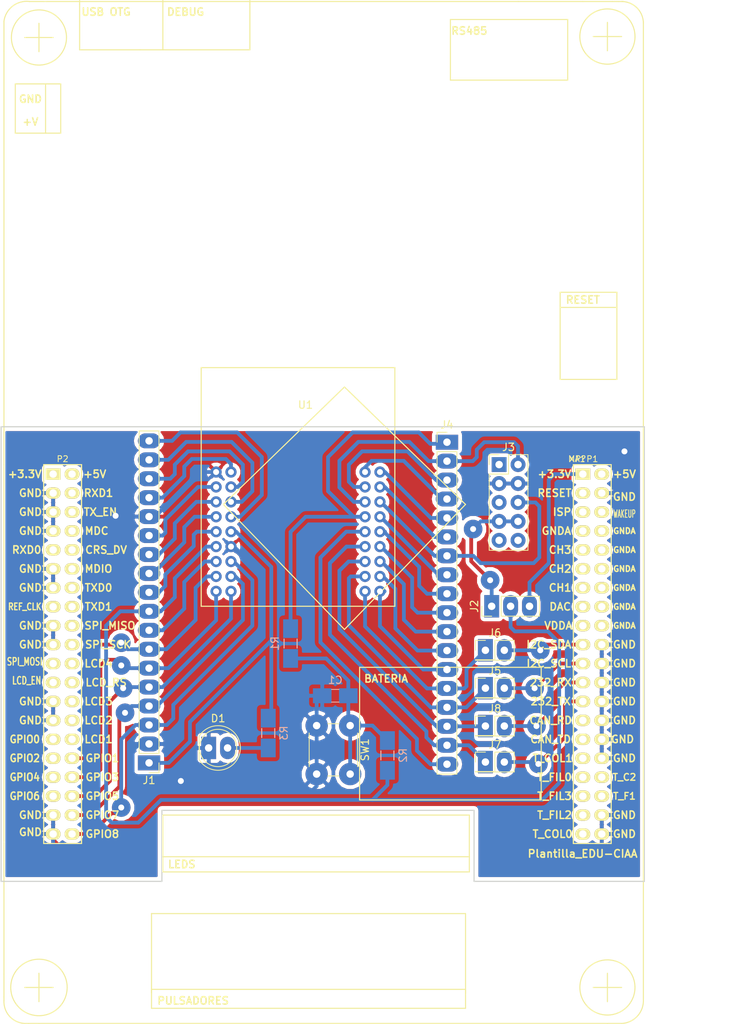
<source format=kicad_pcb>
(kicad_pcb (version 4) (host pcbnew 4.0.6-e0-6349~52~ubuntu17.04.1)
  (title_block (title "Poncho Chico - Modelo - Ejemplo - Template") (date "lun 05 oct 2015") (rev 1.0) (company "Proyecto CIAA - COMPUTADORA INDUSTRIAL ABIERTA ARGENTINA") (comment 1 https://github.com/ciaa/Ponchos/tree/master/modelos/doc) (comment 2 "Autores y Licencia del template (Diego Brengi - UNLaM)") (comment 3 "Autor del poncho (COMPLETAR NOMBRE Y APELLIDO). Ver directorio \"doc\"") (comment 4 "CÓDIGO PONCHO:"))
  (layers (0 F.Cu signal) (31 B.Cu signal) (34 B.Paste user) (35 F.Paste user) (36 B.SilkS user) (37 F.SilkS user) (38 B.Mask user) (39 F.Mask user) (44 Edge.Cuts user))
  (net 0 "")
  (net 1 +3.3V)
  (net 2 GND)
  (net 3 "Net-(C1-Pad1)")
  (net 4 "Net-(D1-Pad2)")
  (net 5 /GPIO5)
  (net 6 /GPIO4)
  (net 7 /GPIO3)
  (net 8 /GPIO2)
  (net 9 /GPIO1)
  (net 10 /ProgVcc)
  (net 11 /CiaaVcc)
  (net 12 /SWDIO)
  (net 13 /SWCLK)
  (net 14 /LedCont)
  (net 15 /BtnCont)
  (net 16 /n51Scl)
  (net 17 /n51Sda)
  (net 18 /n51Tx)
  (net 19 /n51Rx)
  (net 20 /CiaaScl)
  (net 21 /CiaaSda)
  (net 22 /CiaaTx)
  (net 23 /CiaaRx)
  (net 24 /P21)
  (net 25 /P23)
  (net 26 /P25)
  (net 27 /P27)
  (net 28 /P28)
  (net 29 /P26)
  (net 30 /P24)
  (net 31 /P22)
  (net 32 /P17)
  (net 33 /P13)
  (net 34 /P06)
  (net 35 /P12)
  (net 36 /P14)
  (net 37 /P16)
  (net 38 /P19)
  (net 39 /P30)
  (net 40 /P18)
  (net 41 /P20)
  (net 42 /P10)
  (net 43 /P08)
  (net 44 "Net-(J3-Pad1)")
  (net 45 "Net-(J3-Pad5)")
  (net 46 "Net-(J3-Pad9)")
  (net 47 "Net-(J3-Pad10)")
  (net 48 "Net-(XA1-Pad2)")
  (net 49 "Net-(XA1-Pad41)")
  (net 50 "Net-(XA1-Pad42)")
  (net 51 "Net-(XA1-Pad69)")
  (net 52 "Net-(XA1-Pad71)")
  (net 53 "Net-(XA1-Pad73)")
  (net 54 "Net-(XA1-Pad75)")
  (module Poncho_Esqueleto:Plantilla_EDU-CIAA (layer F.Cu) (at 142.24 81.28)
    (fp_text reference MP? (at -0.762 -2.032) (layer F.SilkS) (effects (font (size 0.8 0.8) (thickness 0.12))))
    (fp_text value Plantilla_EDU-CIAA (at -0.03 50.9) (layer F.SilkS) (effects (font (size 1.016 1.016) (thickness 0.2032))))
    (fp_text user GND (at -74.168 -50.292) (layer F.SilkS) (effects (font (thickness 0.2))))
    (fp_text user +V (at -74.168 -47.244) (layer F.SilkS) (effects (font (thickness 0.2))))
    (fp_text user DEBUG (at -53.34 -61.976) (layer F.SilkS) (effects (font (thickness 0.2))))
    (fp_text user "USB OTG" (at -64.008 -61.976) (layer F.SilkS) (effects (font (thickness 0.2))))
    (fp_text user RS485 (at -15.24 -59.436) (layer F.SilkS) (effects (font (thickness 0.2))))
    (fp_text user RESET (at 0 -23.368) (layer F.SilkS) (effects (font (thickness 0.2))))
    (fp_text user BATERIA (at -26.416 27.432) (layer F.SilkS) (effects (font (thickness 0.2))))
    (fp_text user LEDS (at -53.848 52.324) (layer F.SilkS) (effects (font (thickness 0.2))))
    (fp_text user PULSADORES (at -52.324 70.612) (layer F.SilkS) (effects (font (thickness 0.2))))
  )
  (module footprints:Conn_Poncho_Chico (layer F.Cu) (at 142.24 81.28)
    (fp_text reference XA1 (at -0.762 -2.032) (layer F.SilkS) (effects (font (size 0.8 0.8) (thickness 0.12))))
    (fp_text value Conn_PonchoMP_2x_20x2 hide)
    (fp_text user GPIO8 (at -64.516 48.26) (layer F.SilkS) (effects (font (thickness 0.2))))
    (fp_text user GPIO7 (at -64.516 45.72) (layer F.SilkS) (effects (font (thickness 0.2))))
    (fp_text user GPIO5 (at -64.516 43.18) (layer F.SilkS) (effects (font (thickness 0.2))))
    (fp_text user GPIO3 (at -64.516 40.64) (layer F.SilkS) (effects (font (thickness 0.2))))
    (fp_text user GPIO1 (at -64.516 38.1) (layer F.SilkS) (effects (font (thickness 0.2))))
    (fp_text user LCD1 (at -65.024 35.56) (layer F.SilkS) (effects (font (thickness 0.2))))
    (fp_text user LCD2 (at -65.024 33.02) (layer F.SilkS) (effects (font (thickness 0.2))))
    (fp_text user LCD3 (at -65.024 30.48) (layer F.SilkS) (effects (font (thickness 0.2))))
    (fp_text user LCD_RS (at -64.008 27.94) (layer F.SilkS) (effects (font (thickness 0.2))))
    (fp_text user LCD4 (at -65.024 25.4) (layer F.SilkS) (effects (font (thickness 0.2))))
    (fp_text user SPI_SCK (at -63.754 22.86) (layer F.SilkS) (effects (font (thickness 0.2))))
    (fp_text user SPI_MISO (at -63.5 20.32) (layer F.SilkS) (effects (font (thickness 0.2))))
    (fp_text user TXD1 (at -65.024 17.78) (layer F.SilkS) (effects (font (thickness 0.2))))
    (fp_text user TXD0 (at -65.024 15.24) (layer F.SilkS) (effects (font (thickness 0.2))))
    (fp_text user MDIO (at -65.024 12.7) (layer F.SilkS) (effects (font (thickness 0.2))))
    (fp_text user CRS_DV (at -64.008 10.16) (layer F.SilkS) (effects (font (thickness 0.2))))
    (fp_text user MDC (at -65.278 7.62) (layer F.SilkS) (effects (font (thickness 0.2))))
    (fp_text user TX_EN (at -64.77 5.08) (layer F.SilkS) (effects (font (thickness 0.2))))
    (fp_text user RXD1 (at -65.024 2.54) (layer F.SilkS) (effects (font (thickness 0.2))))
    (fp_text user +5V (at -65.532 0) (layer F.SilkS) (effects (font (thickness 0.2))))
    (fp_text user GND (at -74.168 48.006) (layer F.SilkS) (effects (font (thickness 0.2))))
    (fp_text user GND (at -74.168 45.72) (layer F.SilkS) (effects (font (thickness 0.2))))
    (fp_text user GPIO6 (at -74.93 43.18) (layer F.SilkS) (effects (font (size 1 0.9) (thickness 0.2))))
    (fp_text user GPIO4 (at -74.93 40.64) (layer F.SilkS) (effects (font (size 1 0.9) (thickness 0.2))))
    (fp_text user GPIO2 (at -74.93 38.1) (layer F.SilkS) (effects (font (size 1 0.9) (thickness 0.2))))
    (fp_text user GPIO0 (at -74.93 35.56) (layer F.SilkS) (effects (font (size 1 0.9) (thickness 0.2))))
    (fp_text user GND (at -74.168 33.02) (layer F.SilkS) (effects (font (thickness 0.2))))
    (fp_text user GND (at -74.168 30.48) (layer F.SilkS) (effects (font (thickness 0.2))))
    (fp_text user LCD_EN (at -74.676 27.686) (layer F.SilkS) (effects (font (size 1 0.7) (thickness 0.17))))
    (fp_text user SPI_MOSI (at -74.93 25.146) (layer F.SilkS) (effects (font (size 1 0.7) (thickness 0.17))))
    (fp_text user GND (at -74.168 22.86) (layer F.SilkS) (effects (font (thickness 0.2))))
    (fp_text user GND (at -74.168 20.32) (layer F.SilkS) (effects (font (thickness 0.2))))
    (fp_text user REF_CLK (at -74.93 17.78) (layer F.SilkS) (effects (font (size 0.9 0.7) (thickness 0.175))))
    (fp_text user GND (at -74.168 15.24) (layer F.SilkS) (effects (font (thickness 0.2))))
    (fp_text user GND (at -74.168 12.7) (layer F.SilkS) (effects (font (thickness 0.2))))
    (fp_text user GND (at -74.168 7.62) (layer F.SilkS) (effects (font (thickness 0.2))))
    (fp_text user RXD0 (at -74.676 10.16) (layer F.SilkS) (effects (font (thickness 0.2))))
    (fp_text user GND (at -74.168 5.08) (layer F.SilkS) (effects (font (thickness 0.2))))
    (fp_text user GND (at -74.168 2.54) (layer F.SilkS) (effects (font (thickness 0.2))))
    (fp_text user +3.3V (at -74.93 0) (layer F.SilkS) (effects (font (thickness 0.2))))
    (fp_text user GND (at 5.588 48.26) (layer F.SilkS) (effects (font (thickness 0.2))))
    (fp_text user GND (at 5.588 45.72) (layer F.SilkS) (effects (font (thickness 0.2))))
    (fp_text user T_F1 (at 5.588 43.18) (layer F.SilkS) (effects (font (size 0.9 0.9) (thickness 0.18))))
    (fp_text user T_C2 (at 5.588 40.64) (layer F.SilkS) (effects (font (size 0.9 0.9) (thickness 0.18))))
    (fp_text user GND (at 5.588 38.1) (layer F.SilkS) (effects (font (thickness 0.2))))
    (fp_text user GND (at 5.334 35.56) (layer F.SilkS) (effects (font (thickness 0.2))))
    (fp_text user GND (at 5.588 33.02) (layer F.SilkS) (effects (font (thickness 0.2))))
    (fp_text user GND (at 5.588 30.48) (layer F.SilkS) (effects (font (thickness 0.2))))
    (fp_text user GND (at 5.588 27.94) (layer F.SilkS) (effects (font (thickness 0.2))))
    (fp_text user GND (at 5.588 25.4) (layer F.SilkS) (effects (font (thickness 0.2))))
    (fp_text user GND (at 5.588 22.86) (layer F.SilkS) (effects (font (thickness 0.2))))
    (fp_text user GNDA (at 5.588 20.32) (layer F.SilkS) (effects (font (size 0.76 0.76) (thickness 0.19))))
    (fp_text user GNDA (at 5.588 17.78) (layer F.SilkS) (effects (font (size 0.76 0.76) (thickness 0.19))))
    (fp_text user GNDA (at 5.588 15.24) (layer F.SilkS) (effects (font (size 0.76 0.76) (thickness 0.19))))
    (fp_text user GNDA (at 5.588 12.7) (layer F.SilkS) (effects (font (size 0.76 0.76) (thickness 0.19))))
    (fp_text user GNDA (at 5.588 10.16) (layer F.SilkS) (effects (font (size 0.76 0.76) (thickness 0.19))))
    (fp_text user GNDA (at 5.588 7.62) (layer F.SilkS) (effects (font (size 0.76 0.76) (thickness 0.19))))
    (fp_text user WAKEUP (at 5.588 5.334) (layer F.SilkS) (effects (font (size 1 0.5) (thickness 0.125))))
    (fp_text user GND (at 5.588 3.048) (layer F.SilkS) (effects (font (thickness 0.2))))
    (fp_text user +5V (at 5.588 0) (layer F.SilkS) (effects (font (thickness 0.2))))
    (fp_text user T_COL0 (at -4.064 48.26) (layer F.SilkS) (effects (font (thickness 0.2))))
    (fp_text user T_FIL2 (at -3.81 45.72) (layer F.SilkS) (effects (font (thickness 0.2))))
    (fp_text user T_FIL3 (at -3.81 43.18) (layer F.SilkS) (effects (font (thickness 0.2))))
    (fp_text user T_FIL0 (at -3.81 40.64) (layer F.SilkS) (effects (font (thickness 0.2))))
    (fp_text user T_COL1 (at -4.064 38.1) (layer F.SilkS) (effects (font (thickness 0.2))))
    (fp_text user CAN_TD (at -4.318 35.56) (layer F.SilkS) (effects (font (thickness 0.2))))
    (fp_text user CAN_RD (at -4.318 33.02) (layer F.SilkS) (effects (font (thickness 0.2))))
    (fp_text user 232_TX (at -4.318 30.48) (layer F.SilkS) (effects (font (thickness 0.2))))
    (fp_text user 232_RX (at -4.318 27.94) (layer F.SilkS) (effects (font (thickness 0.2))))
    (fp_text user I2C_SCL (at -4.572 25.4) (layer F.SilkS) (effects (font (thickness 0.2))))
    (fp_text user I2C_SDA (at -4.572 22.86) (layer F.SilkS) (effects (font (thickness 0.2))))
    (fp_text user VDDA (at -3.302 20.32) (layer F.SilkS) (effects (font (thickness 0.2))))
    (fp_text user DAC (at -3.048 17.78) (layer F.SilkS) (effects (font (thickness 0.2))))
    (fp_text user CH1 (at -3.048 15.24) (layer F.SilkS) (effects (font (thickness 0.2))))
    (fp_text user CH2 (at -3.048 12.7) (layer F.SilkS) (effects (font (thickness 0.2))))
    (fp_text user CH3 (at -3.048 10.16) (layer F.SilkS) (effects (font (thickness 0.2))))
    (fp_text user GNDA (at -3.556 7.62) (layer F.SilkS) (effects (font (thickness 0.2))))
    (fp_text user ISP (at -2.794 5.08) (layer F.SilkS) (effects (font (thickness 0.2))))
    (fp_text user RESET (at -3.81 2.54) (layer F.SilkS) (effects (font (thickness 0.2))))
    (fp_text user P2 (at -69.85 -2.032) (layer F.SilkS) (effects (font (size 0.8 0.8) (thickness 0.12))))
    (fp_text user P1 (at 1.27 -2.032) (layer F.SilkS) (effects (font (size 0.8 0.8) (thickness 0.12))))
    (fp_text user +3.3V (at -3.81 0) (layer F.SilkS) (effects (font (thickness 0.2))))
    (pad 1 thru_hole rect (at 0 0 270) (size 1.524 2) (drill 1) (layers *.Cu *.Mask F.SilkS) (net 11 /CiaaVcc))
    (pad 2 thru_hole oval (at 2.54 0 270) (size 1.524 2) (drill 1) (layers *.Cu *.Mask F.SilkS) (net 48 "Net-(XA1-Pad2)"))
    (pad 11 thru_hole oval (at 0 12.7 270) (size 1.524 2) (drill 1) (layers *.Cu *.Mask F.SilkS))
    (pad 4 thru_hole oval (at 2.54 2.54 270) (size 1.524 2) (drill 1) (layers *.Cu *.Mask F.SilkS) (net 2 GND))
    (pad 13 thru_hole oval (at 0 15.24 270) (size 1.524 2) (drill 1) (layers *.Cu *.Mask F.SilkS))
    (pad 6 thru_hole oval (at 2.54 5.08 270) (size 1.524 2) (drill 1) (layers *.Cu *.Mask F.SilkS))
    (pad 15 thru_hole oval (at 0 17.78 270) (size 1.524 2) (drill 1) (layers *.Cu *.Mask F.SilkS))
    (pad 8 thru_hole oval (at 2.54 7.62 270) (size 1.524 2) (drill 1) (layers *.Cu *.Mask F.SilkS))
    (pad 17 thru_hole oval (at 0 20.32 270) (size 1.524 2) (drill 1) (layers *.Cu *.Mask F.SilkS))
    (pad 10 thru_hole oval (at 2.54 10.16 270) (size 1.524 2) (drill 1) (layers *.Cu *.Mask F.SilkS))
    (pad 19 thru_hole oval (at 0 22.86 270) (size 1.524 2) (drill 1) (layers *.Cu *.Mask F.SilkS) (net 21 /CiaaSda))
    (pad 12 thru_hole oval (at 2.54 12.7 270) (size 1.524 2) (drill 1) (layers *.Cu *.Mask F.SilkS))
    (pad 21 thru_hole oval (at 0 25.4 270) (size 1.524 2) (drill 1) (layers *.Cu *.Mask F.SilkS) (net 20 /CiaaScl))
    (pad 14 thru_hole oval (at 2.54 15.24 270) (size 1.524 2) (drill 1) (layers *.Cu *.Mask F.SilkS))
    (pad 23 thru_hole oval (at 0 27.94 270) (size 1.524 2) (drill 1) (layers *.Cu *.Mask F.SilkS) (net 23 /CiaaRx))
    (pad 16 thru_hole oval (at 2.54 17.78 270) (size 1.524 2) (drill 1) (layers *.Cu *.Mask F.SilkS))
    (pad 25 thru_hole oval (at 0 30.48 270) (size 1.524 2) (drill 1) (layers *.Cu *.Mask F.SilkS) (net 22 /CiaaTx))
    (pad 18 thru_hole oval (at 2.54 20.32 270) (size 1.524 2) (drill 1) (layers *.Cu *.Mask F.SilkS))
    (pad 27 thru_hole oval (at 0 33.02 270) (size 1.524 2) (drill 1) (layers *.Cu *.Mask F.SilkS))
    (pad 20 thru_hole oval (at 2.54 22.86 270) (size 1.524 2) (drill 1) (layers *.Cu *.Mask F.SilkS) (net 2 GND))
    (pad 29 thru_hole oval (at 0 35.56 270) (size 1.524 2) (drill 1) (layers *.Cu *.Mask F.SilkS))
    (pad 22 thru_hole oval (at 2.54 25.4 270) (size 1.524 2) (drill 1) (layers *.Cu *.Mask F.SilkS) (net 2 GND))
    (pad 31 thru_hole oval (at 0 38.1 270) (size 1.524 2) (drill 1) (layers *.Cu *.Mask F.SilkS))
    (pad 24 thru_hole oval (at 2.54 27.94 270) (size 1.524 2) (drill 1) (layers *.Cu *.Mask F.SilkS) (net 2 GND))
    (pad 26 thru_hole oval (at 2.54 30.48 270) (size 1.524 2) (drill 1) (layers *.Cu *.Mask F.SilkS) (net 2 GND))
    (pad 33 thru_hole oval (at 0 40.64 270) (size 1.524 2) (drill 1) (layers *.Cu *.Mask F.SilkS))
    (pad 28 thru_hole oval (at 2.54 33.02 270) (size 1.524 2) (drill 1) (layers *.Cu *.Mask F.SilkS) (net 2 GND))
    (pad 32 thru_hole oval (at 2.54 38.1 270) (size 1.524 2) (drill 1) (layers *.Cu *.Mask F.SilkS) (net 2 GND))
    (pad 34 thru_hole oval (at 2.54 40.64 270) (size 1.524 2) (drill 1) (layers *.Cu *.Mask F.SilkS))
    (pad 36 thru_hole oval (at 2.54 43.18 270) (size 1.524 2) (drill 1) (layers *.Cu *.Mask F.SilkS))
    (pad 38 thru_hole oval (at 2.54 45.72 270) (size 1.524 2) (drill 1) (layers *.Cu *.Mask F.SilkS) (net 2 GND))
    (pad 35 thru_hole oval (at 0 43.18 270) (size 1.524 2) (drill 1) (layers *.Cu *.Mask F.SilkS))
    (pad 37 thru_hole oval (at 0 45.72 270) (size 1.524 2) (drill 1) (layers *.Cu *.Mask F.SilkS))
    (pad 3 thru_hole oval (at 0 2.54 270) (size 1.524 2) (drill 1) (layers *.Cu *.Mask F.SilkS))
    (pad 5 thru_hole oval (at 0 5.08 270) (size 1.524 2) (drill 1) (layers *.Cu *.Mask F.SilkS))
    (pad 7 thru_hole oval (at 0 7.62 270) (size 1.524 2) (drill 1) (layers *.Cu *.Mask F.SilkS))
    (pad 9 thru_hole oval (at 0 10.16 270) (size 1.524 2) (drill 1) (layers *.Cu *.Mask F.SilkS))
    (pad 39 thru_hole oval (at 0 48.26 270) (size 1.524 2) (drill 1) (layers *.Cu *.Mask F.SilkS))
    (pad 40 thru_hole oval (at 2.54 48.26 270) (size 1.524 2) (drill 1) (layers *.Cu *.Mask F.SilkS) (net 2 GND))
    (pad 30 thru_hole oval (at 2.54 35.56 270) (size 1.524 2) (drill 1) (layers *.Cu *.Mask F.SilkS) (net 2 GND))
    (pad 41 thru_hole rect (at -71.12 0 270) (size 1.524 2) (drill 1) (layers *.Cu *.Mask F.SilkS) (net 49 "Net-(XA1-Pad41)"))
    (pad 42 thru_hole oval (at -68.58 0 270) (size 1.524 2) (drill 1) (layers *.Cu *.Mask F.SilkS) (net 50 "Net-(XA1-Pad42)"))
    (pad 43 thru_hole oval (at -71.12 2.54 270) (size 1.524 2) (drill 1) (layers *.Cu *.Mask F.SilkS) (net 2 GND))
    (pad 44 thru_hole oval (at -68.58 2.54 270) (size 1.524 2) (drill 1) (layers *.Cu *.Mask F.SilkS))
    (pad 45 thru_hole oval (at -71.12 5.08 270) (size 1.524 2) (drill 1) (layers *.Cu *.Mask F.SilkS) (net 2 GND))
    (pad 46 thru_hole oval (at -68.58 5.08 270) (size 1.524 2) (drill 1) (layers *.Cu *.Mask F.SilkS))
    (pad 47 thru_hole oval (at -71.12 7.62 270) (size 1.524 2) (drill 1) (layers *.Cu *.Mask F.SilkS) (net 2 GND))
    (pad 48 thru_hole oval (at -68.58 7.62 270) (size 1.524 2) (drill 1) (layers *.Cu *.Mask F.SilkS))
    (pad 49 thru_hole oval (at -71.12 10.16 270) (size 1.524 2) (drill 1) (layers *.Cu *.Mask F.SilkS))
    (pad 50 thru_hole oval (at -68.58 10.16 270) (size 1.524 2) (drill 1) (layers *.Cu *.Mask F.SilkS))
    (pad 51 thru_hole oval (at -71.12 12.7 270) (size 1.524 2) (drill 1) (layers *.Cu *.Mask F.SilkS) (net 2 GND))
    (pad 52 thru_hole oval (at -68.58 12.7 270) (size 1.524 2) (drill 1) (layers *.Cu *.Mask F.SilkS))
    (pad 53 thru_hole oval (at -71.12 15.24 270) (size 1.524 2) (drill 1) (layers *.Cu *.Mask F.SilkS) (net 2 GND))
    (pad 54 thru_hole oval (at -68.58 15.24 270) (size 1.524 2) (drill 1) (layers *.Cu *.Mask F.SilkS))
    (pad 55 thru_hole oval (at -71.12 17.78 270) (size 1.524 2) (drill 1) (layers *.Cu *.Mask F.SilkS))
    (pad 56 thru_hole oval (at -68.58 17.78 270) (size 1.524 2) (drill 1) (layers *.Cu *.Mask F.SilkS))
    (pad 57 thru_hole oval (at -71.12 20.32 270) (size 1.524 2) (drill 1) (layers *.Cu *.Mask F.SilkS) (net 2 GND))
    (pad 58 thru_hole oval (at -68.58 20.32 270) (size 1.524 2) (drill 1) (layers *.Cu *.Mask F.SilkS))
    (pad 59 thru_hole oval (at -71.12 22.86 270) (size 1.524 2) (drill 1) (layers *.Cu *.Mask F.SilkS) (net 2 GND))
    (pad 60 thru_hole oval (at -68.58 22.86 270) (size 1.524 2) (drill 1) (layers *.Cu *.Mask F.SilkS))
    (pad 61 thru_hole oval (at -71.12 25.4 270) (size 1.524 2) (drill 1) (layers *.Cu *.Mask F.SilkS))
    (pad 62 thru_hole oval (at -68.58 25.4 270) (size 1.524 2) (drill 1) (layers *.Cu *.Mask F.SilkS))
    (pad 63 thru_hole oval (at -71.12 27.94 270) (size 1.524 2) (drill 1) (layers *.Cu *.Mask F.SilkS))
    (pad 64 thru_hole oval (at -68.58 27.94 270) (size 1.524 2) (drill 1) (layers *.Cu *.Mask F.SilkS))
    (pad 65 thru_hole oval (at -71.12 30.48 270) (size 1.524 2) (drill 1) (layers *.Cu *.Mask F.SilkS) (net 2 GND))
    (pad 66 thru_hole oval (at -68.58 30.48 270) (size 1.524 2) (drill 1) (layers *.Cu *.Mask F.SilkS))
    (pad 67 thru_hole oval (at -71.12 33.02 270) (size 1.524 2) (drill 1) (layers *.Cu *.Mask F.SilkS) (net 2 GND))
    (pad 68 thru_hole oval (at -68.58 33.02 270) (size 1.524 2) (drill 1) (layers *.Cu *.Mask F.SilkS))
    (pad 69 thru_hole oval (at -71.12 35.56 270) (size 1.524 2) (drill 1) (layers *.Cu *.Mask F.SilkS) (net 51 "Net-(XA1-Pad69)"))
    (pad 70 thru_hole oval (at -68.58 35.56 270) (size 1.524 2) (drill 1) (layers *.Cu *.Mask F.SilkS))
    (pad 71 thru_hole oval (at -71.12 38.1 270) (size 1.524 2) (drill 1) (layers *.Cu *.Mask F.SilkS) (net 52 "Net-(XA1-Pad71)"))
    (pad 72 thru_hole oval (at -68.58 38.1 270) (size 1.524 2) (drill 1) (layers *.Cu *.Mask F.SilkS) (net 9 /GPIO1))
    (pad 73 thru_hole oval (at -71.12 40.64 270) (size 1.524 2) (drill 1) (layers *.Cu *.Mask F.SilkS) (net 53 "Net-(XA1-Pad73)"))
    (pad 74 thru_hole oval (at -68.58 40.64 270) (size 1.524 2) (drill 1) (layers *.Cu *.Mask F.SilkS) (net 8 /GPIO2))
    (pad 75 thru_hole oval (at -71.12 43.18 270) (size 1.524 2) (drill 1) (layers *.Cu *.Mask F.SilkS) (net 54 "Net-(XA1-Pad75)"))
    (pad 76 thru_hole oval (at -68.58 43.18 270) (size 1.524 2) (drill 1) (layers *.Cu *.Mask F.SilkS) (net 7 /GPIO3))
    (pad 77 thru_hole oval (at -71.12 45.72 270) (size 1.524 2) (drill 1) (layers *.Cu *.Mask F.SilkS) (net 2 GND))
    (pad 78 thru_hole oval (at -68.58 45.72 270) (size 1.524 2) (drill 1) (layers *.Cu *.Mask F.SilkS) (net 6 /GPIO4))
    (pad 79 thru_hole oval (at -71.12 48.26 270) (size 1.524 2) (drill 1) (layers *.Cu *.Mask F.SilkS) (net 2 GND))
    (pad 80 thru_hole oval (at -68.58 48.26 270) (size 1.524 2) (drill 1) (layers *.Cu *.Mask F.SilkS) (net 5 /GPIO5))
  )
  (module footprints:yunjia_nrf51822 (layer F.Cu) (at 93 81)
    (fp_text reference U1 (at 12 -9) (layer F.SilkS))
    (fp_text value yunjia_nrf51822)
    (pad 17 thru_hole circle (at 0 16) (size 1.5 1.5) (drill 0.8) (layers *.Cu *.Mask) (net 8 /GPIO2))
    (pad 18 thru_hole circle (at 2 16) (size 1.5 1.5) (drill 0.8) (layers *.Cu *.Mask) (net 7 /GPIO3))
    (pad 15 thru_hole circle (at 0 14) (size 1.5 1.5) (drill 0.8) (layers *.Cu *.Mask) (net 9 /GPIO1))
    (pad 16 thru_hole circle (at 2 14) (size 1.5 1.5) (drill 0.8) (layers *.Cu *.Mask) (net 6 /GPIO4))
    (pad 1 thru_hole circle (at 0 0) (size 1.5 1.5) (drill 0.8) (layers *.Cu *.Mask) (net 2 GND))
    (pad 2 thru_hole circle (at 2 0) (size 1.5 1.5) (drill 0.8) (layers *.Cu *.Mask) (net 24 /P21))
    (pad 3 thru_hole circle (at 0 2) (size 1.5 1.5) (drill 0.8) (layers *.Cu *.Mask) (net 31 /P22))
    (pad 4 thru_hole circle (at 2 2) (size 1.5 1.5) (drill 0.8) (layers *.Cu *.Mask) (net 25 /P23))
    (pad 5 thru_hole circle (at 0 4) (size 1.5 1.5) (drill 0.8) (layers *.Cu *.Mask) (net 30 /P24))
    (pad 6 thru_hole circle (at 2 4) (size 1.5 1.5) (drill 0.8) (layers *.Cu *.Mask) (net 26 /P25))
    (pad 7 thru_hole circle (at 0 6) (size 1.5 1.5) (drill 0.8) (layers *.Cu *.Mask) (net 29 /P26))
    (pad 8 thru_hole circle (at 2 6) (size 1.5 1.5) (drill 0.8) (layers *.Cu *.Mask) (net 27 /P27))
    (pad 9 thru_hole circle (at 0 8) (size 1.5 1.5) (drill 0.8) (layers *.Cu *.Mask) (net 28 /P28))
    (pad 10 thru_hole circle (at 2 8) (size 1.5 1.5) (drill 0.8) (layers *.Cu *.Mask) (net 14 /LedCont))
    (pad 11 thru_hole circle (at 0 10) (size 1.5 1.5) (drill 0.8) (layers *.Cu *.Mask) (net 1 +3.3V))
    (pad 12 thru_hole circle (at 2 10) (size 1.5 1.5) (drill 0.8) (layers *.Cu *.Mask) (net 2 GND))
    (pad 13 thru_hole circle (at 0 12) (size 1.5 1.5) (drill 0.8) (layers *.Cu *.Mask) (net 39 /P30))
    (pad 14 thru_hole circle (at 2 12) (size 1.5 1.5) (drill 0.8) (layers *.Cu *.Mask) (net 5 /GPIO5))
    (pad 20 thru_hole circle (at 22 0) (size 1.5 1.5) (drill 0.8) (layers *.Cu *.Mask) (net 41 /P20))
    (pad 19 thru_hole circle (at 20 0) (size 1.5 1.5) (drill 0.8) (layers *.Cu *.Mask) (net 40 /P18))
    (pad 21 thru_hole circle (at 20 2) (size 1.5 1.5) (drill 0.8) (layers *.Cu *.Mask) (net 32 /P17))
    (pad 22 thru_hole circle (at 22 2) (size 1.5 1.5) (drill 0.8) (layers *.Cu *.Mask) (net 38 /P19))
    (pad 23 thru_hole circle (at 20 4) (size 1.5 1.5) (drill 0.8) (layers *.Cu *.Mask) (net 12 /SWDIO))
    (pad 24 thru_hole circle (at 22 4) (size 1.5 1.5) (drill 0.8) (layers *.Cu *.Mask) (net 13 /SWCLK))
    (pad 25 thru_hole circle (at 20 6) (size 1.5 1.5) (drill 0.8) (layers *.Cu *.Mask) (net 15 /BtnCont))
    (pad 26 thru_hole circle (at 22 6) (size 1.5 1.5) (drill 0.8) (layers *.Cu *.Mask) (net 37 /P16))
    (pad 27 thru_hole circle (at 20 8) (size 1.5 1.5) (drill 0.8) (layers *.Cu *.Mask) (net 33 /P13))
    (pad 28 thru_hole circle (at 22 8) (size 1.5 1.5) (drill 0.8) (layers *.Cu *.Mask) (net 36 /P14))
    (pad 29 thru_hole circle (at 20 10) (size 1.5 1.5) (drill 0.8) (layers *.Cu *.Mask) (net 19 /n51Rx))
    (pad 30 thru_hole circle (at 22 10) (size 1.5 1.5) (drill 0.8) (layers *.Cu *.Mask) (net 35 /P12))
    (pad 31 thru_hole circle (at 20 12) (size 1.5 1.5) (drill 0.8) (layers *.Cu *.Mask) (net 18 /n51Tx))
    (pad 32 thru_hole circle (at 22 12) (size 1.5 1.5) (drill 0.8) (layers *.Cu *.Mask) (net 42 /P10))
    (pad 33 thru_hole circle (at 20 14) (size 1.5 1.5) (drill 0.8) (layers *.Cu *.Mask) (net 16 /n51Scl))
    (pad 34 thru_hole circle (at 22 14) (size 1.5 1.5) (drill 0.8) (layers *.Cu *.Mask) (net 43 /P08))
    (pad 35 thru_hole circle (at 20 16) (size 1.5 1.5) (drill 0.8) (layers *.Cu *.Mask) (net 17 /n51Sda))
    (pad 36 thru_hole circle (at 22 16) (size 1.5 1.5) (drill 0.8) (layers *.Cu *.Mask) (net 34 /P06))
  )
  (module footprints:SW_PUSH_6mm (layer F.Cu) (at 111 115 270)
    (fp_text reference SW1 (at 3.25 -2 270) (layer F.SilkS))
    (fp_text value SW_Push)
    (pad 2 thru_hole circle (at 0 4.5) (size 3 3) (drill 1) (layers *.Cu *.Mask) (net 2 GND))
    (pad 1 thru_hole circle (at 0 0) (size 3 3) (drill 1) (layers *.Cu *.Mask) (net 3 "Net-(C1-Pad1)"))
    (pad 2 thru_hole circle (at 6.5 4.5) (size 3 3) (drill 1) (layers *.Cu *.Mask) (net 2 GND))
    (pad 1 thru_hole circle (at 6.5 0) (size 3 3) (drill 1) (layers *.Cu *.Mask) (net 3 "Net-(C1-Pad1)"))
  )
  (module footprints:R_0805_HandSoldering (layer B.Cu) (at 100 116 90)
    (fp_text reference R3 (at 0 2.1 90) (layer B.SilkS) (effects (justify mirror)))
    (fp_text value 470R)
    (pad 1 smd rect (at -2 0 90) (size 2.5 2) (layers B.Cu B.Paste B.Mask) (net 4 "Net-(D1-Pad2)"))
    (pad 2 smd rect (at 2 0 90) (size 2.5 2) (layers B.Cu B.Paste B.Mask) (net 14 /LedCont))
  )
  (module footprints:R_0805_HandSoldering (layer B.Cu) (at 116 119 90)
    (fp_text reference R2 (at 0 2.1 90) (layer B.SilkS) (effects (justify mirror)))
    (fp_text value 10k)
    (pad 1 smd rect (at -2 0 90) (size 2.5 2) (layers B.Cu B.Paste B.Mask) (net 1 +3.3V))
    (pad 2 smd rect (at 2 0 90) (size 2.5 2) (layers B.Cu B.Paste B.Mask) (net 3 "Net-(C1-Pad1)"))
  )
  (module footprints:R_0805_HandSoldering (layer B.Cu) (at 103 104 270)
    (fp_text reference R1 (at 0 2.1 270) (layer B.SilkS) (effects (justify mirror)))
    (fp_text value 1k)
    (pad 1 smd rect (at -2 0 270) (size 2.5 2) (layers B.Cu B.Paste B.Mask) (net 15 /BtnCont))
    (pad 2 smd rect (at 2 0 270) (size 2.5 2) (layers B.Cu B.Paste B.Mask) (net 3 "Net-(C1-Pad1)"))
  )
  (module footprints:Pin_Header_Straight_2x01_Pitch2.54mm (layer F.Cu) (at 129.159 115.062)
    (fp_text reference J8 (at 1.27 -2.33) (layer F.SilkS))
    (fp_text value CONN_01X02)
    (pad 1 thru_hole rect (at 0 0) (size 2 3) (drill 1) (layers *.Cu *.Mask) (net 18 /n51Tx))
    (pad 2 thru_hole oval (at 2.54 0) (size 2 3) (drill 1) (layers *.Cu *.Mask) (net 23 /CiaaRx))
  )
  (module footprints:Pin_Header_Straight_2x01_Pitch2.54mm (layer F.Cu) (at 129.159 119.888)
    (fp_text reference J7 (at 1.27 -2.33) (layer F.SilkS))
    (fp_text value CONN_01X02)
    (pad 1 thru_hole rect (at 0 0) (size 2 3) (drill 1) (layers *.Cu *.Mask) (net 19 /n51Rx))
    (pad 2 thru_hole oval (at 2.54 0) (size 2 3) (drill 1) (layers *.Cu *.Mask) (net 22 /CiaaTx))
  )
  (module footprints:Pin_Header_Straight_2x01_Pitch2.54mm (layer F.Cu) (at 129.159 104.902)
    (fp_text reference J6 (at 1.27 -2.33) (layer F.SilkS))
    (fp_text value CONN_01X02)
    (pad 1 thru_hole rect (at 0 0) (size 2 3) (drill 1) (layers *.Cu *.Mask) (net 17 /n51Sda))
    (pad 2 thru_hole oval (at 2.54 0) (size 2 3) (drill 1) (layers *.Cu *.Mask) (net 21 /CiaaSda))
  )
  (module footprints:Pin_Header_Straight_2x01_Pitch2.54mm (layer F.Cu) (at 129.159 109.982)
    (fp_text reference J5 (at 1.27 -2.33) (layer F.SilkS))
    (fp_text value CONN_01X02)
    (pad 1 thru_hole rect (at 0 0) (size 2 3) (drill 1) (layers *.Cu *.Mask) (net 16 /n51Scl))
    (pad 2 thru_hole oval (at 2.54 0) (size 2 3) (drill 1) (layers *.Cu *.Mask) (net 20 /CiaaScl))
  )
  (module footprints:Pin_Header_Straight_1x18_Pitch2.54mm (layer F.Cu) (at 124 77)
    (fp_text reference J4 (at 0 -2.33) (layer F.SilkS))
    (fp_text value CONN_01X18)
    (pad 1 thru_hole rect (at 0 0) (size 3 2) (drill 1) (layers *.Cu *.Mask) (net 15 /BtnCont))
    (pad 2 thru_hole oval (at 0 2.54) (size 3 2) (drill 1) (layers *.Cu *.Mask) (net 12 /SWDIO))
    (pad 3 thru_hole oval (at 0 5.08) (size 3 2) (drill 1) (layers *.Cu *.Mask) (net 32 /P17))
    (pad 4 thru_hole oval (at 0 7.62) (size 3 2) (drill 1) (layers *.Cu *.Mask) (net 40 /P18))
    (pad 5 thru_hole oval (at 0 10.16) (size 3 2) (drill 1) (layers *.Cu *.Mask) (net 41 /P20))
    (pad 6 thru_hole oval (at 0 12.7) (size 3 2) (drill 1) (layers *.Cu *.Mask) (net 38 /P19))
    (pad 7 thru_hole oval (at 0 15.24) (size 3 2) (drill 1) (layers *.Cu *.Mask) (net 13 /SWCLK))
    (pad 8 thru_hole oval (at 0 17.78) (size 3 2) (drill 1) (layers *.Cu *.Mask) (net 37 /P16))
    (pad 9 thru_hole oval (at 0 20.32) (size 3 2) (drill 1) (layers *.Cu *.Mask) (net 36 /P14))
    (pad 10 thru_hole oval (at 0 22.86) (size 3 2) (drill 1) (layers *.Cu *.Mask) (net 35 /P12))
    (pad 11 thru_hole oval (at 0 25.4) (size 3 2) (drill 1) (layers *.Cu *.Mask) (net 42 /P10))
    (pad 12 thru_hole oval (at 0 27.94) (size 3 2) (drill 1) (layers *.Cu *.Mask) (net 43 /P08))
    (pad 13 thru_hole oval (at 0 30.48) (size 3 2) (drill 1) (layers *.Cu *.Mask) (net 34 /P06))
    (pad 14 thru_hole oval (at 0 33.02) (size 3 2) (drill 1) (layers *.Cu *.Mask) (net 17 /n51Sda))
    (pad 15 thru_hole oval (at 0 35.56) (size 3 2) (drill 1) (layers *.Cu *.Mask) (net 16 /n51Scl))
    (pad 16 thru_hole oval (at 0 38.1) (size 3 2) (drill 1) (layers *.Cu *.Mask) (net 18 /n51Tx))
    (pad 17 thru_hole oval (at 0 40.64) (size 3 2) (drill 1) (layers *.Cu *.Mask) (net 19 /n51Rx))
    (pad 18 thru_hole oval (at 0 43.18) (size 3 2) (drill 1) (layers *.Cu *.Mask) (net 33 /P13))
  )
  (module footprints:Pin_Header_Straight_2x05_Pitch2.54mm (layer F.Cu) (at 131 80)
    (fp_text reference J3 (at 1.27 -2.33) (layer F.SilkS))
    (fp_text value CONN_02X05)
    (pad 1 thru_hole rect (at 0 0) (size 2 2) (drill 1) (layers *.Cu *.Mask) (net 44 "Net-(J3-Pad1)"))
    (pad 2 thru_hole oval (at 2.54 0) (size 2 2) (drill 1) (layers *.Cu *.Mask) (net 12 /SWDIO))
    (pad 3 thru_hole oval (at 0 2.54) (size 2 2) (drill 1) (layers *.Cu *.Mask) (net 2 GND))
    (pad 4 thru_hole oval (at 2.54 2.54) (size 2 2) (drill 1) (layers *.Cu *.Mask) (net 2 GND))
    (pad 5 thru_hole oval (at 0 5.08) (size 2 2) (drill 1) (layers *.Cu *.Mask) (net 45 "Net-(J3-Pad5)"))
    (pad 6 thru_hole oval (at 2.54 5.08) (size 2 2) (drill 1) (layers *.Cu *.Mask) (net 13 /SWCLK))
    (pad 7 thru_hole oval (at 0 7.62) (size 2 2) (drill 1) (layers *.Cu *.Mask) (net 10 /ProgVcc))
    (pad 8 thru_hole oval (at 2.54 7.62) (size 2 2) (drill 1) (layers *.Cu *.Mask) (net 10 /ProgVcc))
    (pad 9 thru_hole oval (at 0 10.16) (size 2 2) (drill 1) (layers *.Cu *.Mask) (net 46 "Net-(J3-Pad9)"))
    (pad 10 thru_hole oval (at 2.54 10.16) (size 2 2) (drill 1) (layers *.Cu *.Mask) (net 47 "Net-(J3-Pad10)"))
  )
  (module footprints:Pin_Header_Straight_1x03_Pitch2.54mm (layer F.Cu) (at 130 99 90)
    (fp_text reference J2 (at 0 -2.33 90) (layer F.SilkS))
    (fp_text value CONN_01X03)
    (pad 1 thru_hole rect (at 0 0 90) (size 3 2) (drill 1) (layers *.Cu *.Mask) (net 10 /ProgVcc))
    (pad 2 thru_hole oval (at 0 2.54 90) (size 3 2) (drill 1) (layers *.Cu *.Mask) (net 1 +3.3V))
    (pad 3 thru_hole oval (at 0 5.08 90) (size 3 2) (drill 1) (layers *.Cu *.Mask) (net 11 /CiaaVcc))
  )
  (module footprints:Pin_Header_Straight_1x18_Pitch2.54mm (layer F.Cu) (at 84 120 180)
    (fp_text reference J1 (at 0 -2.33 180) (layer F.SilkS))
    (fp_text value CONN_01X18)
    (pad 1 thru_hole rect (at 0 0 180) (size 3 2) (drill 1) (layers *.Cu *.Mask) (net 14 /LedCont))
    (pad 2 thru_hole oval (at 0 2.54 180) (size 3 2) (drill 1) (layers *.Cu *.Mask) (net 2 GND))
    (pad 3 thru_hole oval (at 0 5.08 180) (size 3 2) (drill 1) (layers *.Cu *.Mask) (net 5 /GPIO5))
    (pad 4 thru_hole oval (at 0 7.62 180) (size 3 2) (drill 1) (layers *.Cu *.Mask) (net 6 /GPIO4))
    (pad 5 thru_hole oval (at 0 10.16 180) (size 3 2) (drill 1) (layers *.Cu *.Mask) (net 7 /GPIO3))
    (pad 6 thru_hole oval (at 0 12.7 180) (size 3 2) (drill 1) (layers *.Cu *.Mask) (net 8 /GPIO2))
    (pad 7 thru_hole oval (at 0 15.24 180) (size 3 2) (drill 1) (layers *.Cu *.Mask) (net 9 /GPIO1))
    (pad 8 thru_hole oval (at 0 17.78 180) (size 3 2) (drill 1) (layers *.Cu *.Mask) (net 39 /P30))
    (pad 9 thru_hole oval (at 0 20.32 180) (size 3 2) (drill 1) (layers *.Cu *.Mask) (net 1 +3.3V))
    (pad 10 thru_hole oval (at 0 22.86 180) (size 3 2) (drill 1) (layers *.Cu *.Mask) (net 28 /P28))
    (pad 11 thru_hole oval (at 0 25.4 180) (size 3 2) (drill 1) (layers *.Cu *.Mask) (net 29 /P26))
    (pad 12 thru_hole oval (at 0 27.94 180) (size 3 2) (drill 1) (layers *.Cu *.Mask) (net 30 /P24))
    (pad 13 thru_hole oval (at 0 30.48 180) (size 3 2) (drill 1) (layers *.Cu *.Mask) (net 31 /P22))
    (pad 14 thru_hole oval (at 0 33.02 180) (size 3 2) (drill 1) (layers *.Cu *.Mask) (net 2 GND))
    (pad 15 thru_hole oval (at 0 35.56 180) (size 3 2) (drill 1) (layers *.Cu *.Mask) (net 24 /P21))
    (pad 16 thru_hole oval (at 0 38.1 180) (size 3 2) (drill 1) (layers *.Cu *.Mask) (net 25 /P23))
    (pad 17 thru_hole oval (at 0 40.64 180) (size 3 2) (drill 1) (layers *.Cu *.Mask) (net 26 /P25))
    (pad 18 thru_hole oval (at 0 43.18 180) (size 3 2) (drill 1) (layers *.Cu *.Mask) (net 27 /P27))
  )
  (module footprints:LED_D5.0mm (layer F.Cu) (at 92 118)
    (fp_text reference D1 (at 1.27 -3.96) (layer F.SilkS))
    (fp_text value LED)
    (pad 1 thru_hole rect (at 0 0) (size 2 3) (drill 1) (layers *.Cu *.Mask) (net 2 GND))
    (pad 2 thru_hole oval (at 2.54 0) (size 2 3) (drill 1) (layers *.Cu *.Mask) (net 4 "Net-(D1-Pad2)"))
  )
  (module footprints:C_0805_HandSoldering (layer B.Cu) (at 109 111 180)
    (fp_text reference C1 (at 0 2.1 180) (layer B.SilkS) (effects (justify mirror)))
    (fp_text value 100n)
    (pad 1 smd rect (at -1.75 0 180) (size 2.5 2) (layers B.Cu B.Paste B.Mask) (net 3 "Net-(C1-Pad1)"))
    (pad 2 smd rect (at 1.75 0 180) (size 2.5 2) (layers B.Cu B.Paste B.Mask) (net 2 GND))
  )
  (gr_line (start 150.495 74.93) (end 64.135 74.93) (angle 90) (layer Edge.Cuts) (width 0.15))
  (gr_line (start 150.495 135.89) (end 150.495 74.93) (angle 90) (layer Edge.Cuts) (width 0.15))
  (gr_line (start 127.635 135.89) (end 150.495 135.89) (angle 90) (layer Edge.Cuts) (width 0.15))
  (gr_line (start 127.635 126.365) (end 127.635 135.89) (angle 90) (layer Edge.Cuts) (width 0.15))
  (gr_line (start 85.725 126.365) (end 127.635 126.365) (angle 90) (layer Edge.Cuts) (width 0.15))
  (gr_line (start 85.725 135.89) (end 85.725 126.365) (angle 90) (layer Edge.Cuts) (width 0.15))
  (gr_line (start 64.135 135.89) (end 85.725 135.89) (angle 90) (layer Edge.Cuts) (width 0.15))
  (gr_line (start 64.135 74.93) (end 64.135 135.89) (angle 90) (layer Edge.Cuts) (width 0.15))
  (segment (start 135.509 102.362) (end 137.541 102.362) (width 0.508) (layer B.Cu) (net 1))
  (segment (start 136.779 124.968) (end 133.731 124.968) (width 0.508) (layer B.Cu) (net 1))
  (segment (start 139.065 122.682) (end 136.779 124.968) (width 0.508) (layer B.Cu) (net 1))
  (segment (start 139.065 103.886) (end 139.065 122.682) (width 0.508) (layer B.Cu) (net 1))
  (segment (start 137.541 102.362) (end 139.065 103.886) (width 0.508) (layer B.Cu) (net 1))
  (segment (start 80.772 128.016) (end 82.55 128.016) (width 0.508) (layer B.Cu) (net 1))
  (segment (start 82.55 128.016) (end 85.598 124.968) (width 0.508) (layer B.Cu) (net 1))
  (segment (start 78.232 127) (end 78.232 127.254) (width 0.508) (layer B.Cu) (net 1))
  (segment (start 78.994 128.016) (end 80.772 128.016) (width 0.508) (layer B.Cu) (net 1))
  (segment (start 78.232 127.254) (end 78.994 128.016) (width 0.508) (layer B.Cu) (net 1))
  (segment (start 116 121) (end 116 122.968) (width 0.508) (layer B.Cu) (net 1))
  (segment (start 116 122.968) (end 114 124.968) (width 0.508) (layer B.Cu) (net 1))
  (segment (start 85.598 124.968) (end 97.032 124.968) (width 0.508) (layer B.Cu) (net 1))
  (segment (start 97.032 124.968) (end 99.568 124.968) (width 0.508) (layer B.Cu) (net 1))
  (segment (start 99.568 124.968) (end 114 124.968) (width 0.508) (layer B.Cu) (net 1))
  (segment (start 114 124.968) (end 117.968 124.968) (width 0.508) (layer B.Cu) (net 1))
  (segment (start 117.968 124.968) (end 133.731 124.968) (width 0.508) (layer B.Cu) (net 1))
  (segment (start 78.232 123.952) (end 78.232 127) (width 0.508) (layer B.Cu) (net 1))
  (segment (start 132.54 101.806) (end 132.54 99) (width 0.508) (layer B.Cu) (net 1))
  (segment (start 135.509 102.362) (end 133.096 102.362) (width 0.508) (layer B.Cu) (net 1))
  (segment (start 133.096 102.362) (end 132.54 101.806) (width 0.508) (layer B.Cu) (net 1))
  (segment (start 84 99.68) (end 80.152 99.68) (width 0.508) (layer B.Cu) (net 1))
  (segment (start 78.232 101.6) (end 78.232 123.952) (width 0.508) (layer B.Cu) (net 1))
  (segment (start 80.152 99.68) (end 78.232 101.6) (width 0.508) (layer B.Cu) (net 1))
  (segment (start 83.888 99.568) (end 84 99.68) (width 0.508) (layer B.Cu) (net 1))
  (segment (start 93 91) (end 91.706 91) (width 0.508) (layer B.Cu) (net 1))
  (segment (start 85.566 99.68) (end 84 99.68) (width 0.508) (layer B.Cu) (net 1))
  (segment (start 87.456 97.79) (end 85.566 99.68) (width 0.508) (layer B.Cu) (net 1))
  (segment (start 87.456 95.25) (end 87.456 97.79) (width 0.508) (layer B.Cu) (net 1))
  (segment (start 91.706 91) (end 87.456 95.25) (width 0.508) (layer B.Cu) (net 1))
  (segment (start 87.757 124.968) (end 87.757 122.936) (width 0.381) (layer F.Cu) (net 2))
  (segment (start 89.535 123.698) (end 89.916 123.698) (width 0.381) (layer B.Cu) (net 2))
  (segment (start 88.265 122.428) (end 89.535 123.698) (width 0.381) (layer B.Cu) (net 2))
  (via (at 88.265 122.428) (size 2.5) (drill 0.8) (layers F.Cu B.Cu) (net 2))
  (segment (start 87.757 122.936) (end 88.265 122.428) (width 0.381) (layer F.Cu) (net 2))
  (segment (start 84 117.46) (end 86.883 117.46) (width 0.508) (layer B.Cu) (net 2))
  (segment (start 88.265 116.078) (end 88.265 113.195) (width 0.508) (layer B.Cu) (net 2))
  (segment (start 86.883 117.46) (end 88.265 116.078) (width 0.508) (layer B.Cu) (net 2))
  (segment (start 92 118) (end 92 121.614) (width 0.508) (layer B.Cu) (net 2))
  (segment (start 92 121.614) (end 89.916 123.698) (width 0.508) (layer B.Cu) (net 2))
  (segment (start 99.14 100.076) (end 99.14 102.32) (width 0.508) (layer B.Cu) (net 2))
  (segment (start 99.14 94.742) (end 99.14 100.076) (width 0.508) (layer B.Cu) (net 2))
  (segment (start 95.398 91) (end 99.14 94.742) (width 0.508) (layer B.Cu) (net 2))
  (segment (start 99.14 102.32) (end 88.265 113.195) (width 0.508) (layer B.Cu) (net 2))
  (segment (start 94.488 123.698) (end 105.918 123.698) (width 0.508) (layer B.Cu) (net 2))
  (segment (start 106.5 123.116) (end 106.5 121.5) (width 0.508) (layer B.Cu) (net 2))
  (segment (start 105.918 123.698) (end 106.5 123.116) (width 0.508) (layer B.Cu) (net 2))
  (segment (start 90.677998 123.698) (end 94.488 123.698) (width 0.508) (layer B.Cu) (net 2))
  (segment (start 89.916 123.698) (end 90.677998 123.698) (width 0.508) (layer B.Cu) (net 2))
  (segment (start 82.692 117.46) (end 81.788 118.364) (width 0.508) (layer B.Cu) (net 2))
  (segment (start 82.804 123.698) (end 89.916 123.698) (width 0.508) (layer B.Cu) (net 2))
  (segment (start 81.788 122.682) (end 82.804 123.698) (width 0.508) (layer B.Cu) (net 2))
  (segment (start 81.788 118.364) (end 81.788 122.682) (width 0.508) (layer B.Cu) (net 2))
  (segment (start 84 117.46) (end 82.692 117.46) (width 0.508) (layer B.Cu) (net 2))
  (segment (start 106.5 115) (end 106.5 111.75) (width 0.508) (layer B.Cu) (net 2))
  (segment (start 106.5 111.75) (end 107.25 111) (width 0.508) (layer B.Cu) (net 2))
  (segment (start 106.5 121.5) (end 106.5 115) (width 0.508) (layer B.Cu) (net 2))
  (segment (start 106.5 111.75) (end 107.25 111) (width 0.508) (layer B.Cu) (net 2))
  (segment (start 71.12 129.54) (end 71.12 130.302) (width 0.508) (layer F.Cu) (net 2))
  (segment (start 71.12 130.302) (end 72.39 131.572) (width 0.508) (layer F.Cu) (net 2))
  (segment (start 147.32 132.588) (end 147.32 126.238) (width 0.508) (layer F.Cu) (net 2))
  (segment (start 146.558 133.35) (end 147.32 132.588) (width 0.508) (layer F.Cu) (net 2))
  (segment (start 134.62 133.35) (end 146.558 133.35) (width 0.508) (layer F.Cu) (net 2))
  (segment (start 132.08 130.81) (end 134.62 133.35) (width 0.508) (layer F.Cu) (net 2))
  (segment (start 132.08 127.762) (end 132.08 130.81) (width 0.508) (layer F.Cu) (net 2))
  (segment (start 129.286 124.968) (end 132.08 127.762) (width 0.508) (layer F.Cu) (net 2))
  (segment (start 85.598 124.968) (end 87.757 124.968) (width 0.508) (layer F.Cu) (net 2))
  (segment (start 87.757 124.968) (end 129.286 124.968) (width 0.508) (layer F.Cu) (net 2))
  (segment (start 78.994 131.572) (end 85.598 124.968) (width 0.508) (layer F.Cu) (net 2))
  (segment (start 72.39 131.572) (end 78.994 131.572) (width 0.508) (layer F.Cu) (net 2))
  (segment (start 133.54 82.54) (end 135.138 82.54) (width 0.508) (layer B.Cu) (net 2))
  (segment (start 147.32 78.74) (end 147.32 84.836) (width 0.508) (layer F.Cu) (net 2))
  (segment (start 147.828 78.232) (end 147.32 78.74) (width 0.508) (layer F.Cu) (net 2))
  (via (at 147.828 78.232) (size 2.5) (drill 0.8) (layers F.Cu B.Cu) (net 2))
  (segment (start 137.668 78.232) (end 147.828 78.232) (width 0.508) (layer B.Cu) (net 2))
  (segment (start 136.144 79.756) (end 137.668 78.232) (width 0.508) (layer B.Cu) (net 2))
  (segment (start 136.144 81.534) (end 136.144 79.756) (width 0.508) (layer B.Cu) (net 2))
  (segment (start 135.138 82.54) (end 136.144 81.534) (width 0.508) (layer B.Cu) (net 2))
  (segment (start 147.32 103.124) (end 147.32 126.238) (width 0.508) (layer F.Cu) (net 2))
  (segment (start 146.558 127) (end 144.78 127) (width 0.508) (layer F.Cu) (net 2))
  (segment (start 147.32 126.238) (end 146.558 127) (width 0.508) (layer F.Cu) (net 2))
  (segment (start 144.78 83.82) (end 146.304 83.82) (width 0.508) (layer F.Cu) (net 2))
  (segment (start 146.304 83.82) (end 147.32 84.836) (width 0.508) (layer F.Cu) (net 2))
  (segment (start 146.304 104.14) (end 144.78 104.14) (width 0.508) (layer F.Cu) (net 2))
  (segment (start 147.32 103.124) (end 146.304 104.14) (width 0.508) (layer F.Cu) (net 2))
  (segment (start 147.32 84.836) (end 147.32 103.124) (width 0.508) (layer F.Cu) (net 2))
  (segment (start 144.78 106.68) (end 144.78 104.14) (width 0.508) (layer F.Cu) (net 2))
  (segment (start 144.78 109.22) (end 144.78 106.68) (width 0.508) (layer F.Cu) (net 2))
  (segment (start 144.78 111.76) (end 144.78 109.22) (width 0.508) (layer F.Cu) (net 2))
  (segment (start 144.78 114.3) (end 144.78 111.76) (width 0.508) (layer F.Cu) (net 2))
  (segment (start 144.78 116.84) (end 144.78 114.3) (width 0.508) (layer F.Cu) (net 2))
  (segment (start 144.78 119.38) (end 144.78 116.84) (width 0.508) (layer F.Cu) (net 2))
  (segment (start 144.78 129.54) (end 144.78 127) (width 0.508) (layer F.Cu) (net 2))
  (segment (start 71.12 83.82) (end 69.596 83.82) (width 0.508) (layer F.Cu) (net 2))
  (segment (start 69.596 83.82) (end 68.072 82.296) (width 0.508) (layer F.Cu) (net 2))
  (segment (start 84 86.98) (end 79.614 86.98) (width 0.508) (layer B.Cu) (net 2))
  (segment (start 79.614 86.98) (end 79.502 86.868) (width 0.508) (layer B.Cu) (net 2))
  (via (at 79.502 86.868) (size 2.5) (drill 0.8) (layers F.Cu B.Cu) (net 2))
  (segment (start 79.502 86.868) (end 77.724 85.09) (width 0.508) (layer F.Cu) (net 2))
  (segment (start 77.724 85.09) (end 77.724 80.01) (width 0.508) (layer F.Cu) (net 2))
  (segment (start 77.724 80.01) (end 75.946 78.232) (width 0.508) (layer F.Cu) (net 2))
  (segment (start 75.946 78.232) (end 69.596 78.232) (width 0.508) (layer F.Cu) (net 2))
  (segment (start 69.596 78.232) (end 68.072 79.756) (width 0.508) (layer F.Cu) (net 2))
  (segment (start 68.072 79.756) (end 68.072 82.296) (width 0.508) (layer F.Cu) (net 2))
  (segment (start 68.072 82.296) (end 68.072 91.186) (width 0.508) (layer F.Cu) (net 2))
  (segment (start 68.072 91.186) (end 68.072 92.964) (width 0.508) (layer F.Cu) (net 2))
  (segment (start 68.072 109.474) (end 68.072 125.73) (width 0.508) (layer F.Cu) (net 2))
  (segment (start 69.342 127) (end 71.12 127) (width 0.508) (layer F.Cu) (net 2))
  (segment (start 68.072 125.73) (end 69.342 127) (width 0.508) (layer F.Cu) (net 2))
  (segment (start 68.072 100.33) (end 68.072 109.474) (width 0.508) (layer F.Cu) (net 2))
  (segment (start 68.072 109.474) (end 68.072 110.49) (width 0.508) (layer F.Cu) (net 2))
  (segment (start 69.342 111.76) (end 71.12 111.76) (width 0.508) (layer F.Cu) (net 2))
  (segment (start 68.072 110.49) (end 69.342 111.76) (width 0.508) (layer F.Cu) (net 2))
  (segment (start 68.072 92.964) (end 68.072 100.33) (width 0.508) (layer F.Cu) (net 2))
  (segment (start 69.342 101.6) (end 71.12 101.6) (width 0.508) (layer F.Cu) (net 2))
  (segment (start 68.072 100.33) (end 69.342 101.6) (width 0.508) (layer F.Cu) (net 2))
  (segment (start 69.088 93.98) (end 71.12 93.98) (width 0.508) (layer F.Cu) (net 2))
  (segment (start 68.072 92.964) (end 69.088 93.98) (width 0.508) (layer F.Cu) (net 2))
  (segment (start 71.12 114.3) (end 71.12 111.76) (width 0.508) (layer F.Cu) (net 2))
  (segment (start 71.12 129.54) (end 71.12 127) (width 0.508) (layer F.Cu) (net 2))
  (segment (start 71.12 101.6) (end 71.12 104.14) (width 0.508) (layer F.Cu) (net 2))
  (segment (start 71.12 93.98) (end 71.12 96.52) (width 0.508) (layer F.Cu) (net 2))
  (segment (start 71.12 86.36) (end 71.12 88.9) (width 0.508) (layer F.Cu) (net 2))
  (segment (start 71.12 83.82) (end 71.12 86.36) (width 0.508) (layer F.Cu) (net 2))
  (segment (start 133.54 82.54) (end 131 82.54) (width 0.508) (layer B.Cu) (net 2))
  (segment (start 95 91) (end 95.398 91) (width 0.508) (layer B.Cu) (net 2))
  (segment (start 84 86.98) (end 84.804 86.98) (width 0.508) (layer B.Cu) (net 2))
  (segment (start 84.804 86.98) (end 90.784 81) (width 0.508) (layer B.Cu) (net 2))
  (segment (start 90.784 81) (end 93 81) (width 0.508) (layer B.Cu) (net 2))
  (segment (start 111 121.5) (end 111 115) (width 0.508) (layer B.Cu) (net 3))
  (segment (start 111 115) (end 114 115) (width 0.508) (layer B.Cu) (net 3))
  (segment (start 114 115) (end 116 117) (width 0.508) (layer B.Cu) (net 3))
  (segment (start 110.75 111) (end 110.75 114.75) (width 0.508) (layer B.Cu) (net 3))
  (segment (start 110.75 114.75) (end 111 115) (width 0.508) (layer B.Cu) (net 3))
  (segment (start 103 106) (end 107.778 106) (width 0.508) (layer B.Cu) (net 3))
  (segment (start 110.75 108.972) (end 110.75 111) (width 0.508) (layer B.Cu) (net 3))
  (segment (start 107.778 106) (end 110.75 108.972) (width 0.508) (layer B.Cu) (net 3))
  (segment (start 100 118) (end 94.54 118) (width 0.508) (layer B.Cu) (net 4))
  (segment (start 95 118) (end 94.54 118) (width 0.508) (layer B.Cu) (net 4))
  (segment (start 84 114.92) (end 86.375 114.92) (width 0.508) (layer B.Cu) (net 5))
  (segment (start 87.249 114.046) (end 87.249 112.221) (width 0.508) (layer B.Cu) (net 5))
  (segment (start 86.375 114.92) (end 87.249 114.046) (width 0.508) (layer B.Cu) (net 5))
  (segment (start 80.264 125.984) (end 80.264 116.84) (width 0.508) (layer B.Cu) (net 5))
  (segment (start 80.264 116.84) (end 81.788 115.316) (width 0.508) (layer B.Cu) (net 5))
  (segment (start 78.994 126.746) (end 79.502 126.746) (width 0.508) (layer F.Cu) (net 5))
  (via (at 80.264 125.984) (size 2.5) (drill 0.8) (layers F.Cu B.Cu) (net 5))
  (segment (start 79.502 126.746) (end 80.264 125.984) (width 0.508) (layer F.Cu) (net 5))
  (segment (start 84 114.92) (end 82.184 114.92) (width 0.508) (layer B.Cu) (net 5))
  (segment (start 82.184 114.92) (end 81.788 115.316) (width 0.508) (layer B.Cu) (net 5))
  (segment (start 76.2 129.54) (end 73.66 129.54) (width 0.508) (layer F.Cu) (net 5))
  (segment (start 78.994 126.746) (end 76.2 129.54) (width 0.508) (layer F.Cu) (net 5))
  (segment (start 83.858 115.062) (end 84 114.92) (width 0.508) (layer B.Cu) (net 5))
  (segment (start 95 93) (end 95.366 93) (width 0.508) (layer B.Cu) (net 5))
  (segment (start 95.366 93) (end 97.87 95.504) (width 0.508) (layer B.Cu) (net 5))
  (segment (start 97.87 101.6) (end 87.249 112.221) (width 0.508) (layer B.Cu) (net 5))
  (segment (start 97.87 95.504) (end 97.87 101.6) (width 0.508) (layer B.Cu) (net 5))
  (segment (start 84.55 114.92) (end 84 114.92) (width 0.508) (layer B.Cu) (net 5))
  (segment (start 84 112.38) (end 81.676 112.38) (width 0.508) (layer B.Cu) (net 6))
  (segment (start 76.2 127) (end 73.66 127) (width 0.508) (layer F.Cu) (net 6))
  (segment (start 80.01 123.19) (end 76.2 127) (width 0.508) (layer F.Cu) (net 6))
  (segment (start 80.01 114.046) (end 80.01 123.19) (width 0.508) (layer F.Cu) (net 6))
  (segment (start 80.772 113.284) (end 80.01 114.046) (width 0.508) (layer F.Cu) (net 6))
  (via (at 80.772 113.284) (size 2.5) (drill 0.8) (layers F.Cu B.Cu) (net 6))
  (segment (start 81.676 112.38) (end 80.772 113.284) (width 0.508) (layer B.Cu) (net 6))
  (segment (start 95 95) (end 95.588 95) (width 0.508) (layer B.Cu) (net 6))
  (segment (start 95.588 95) (end 96.6 96.012) (width 0.508) (layer B.Cu) (net 6))
  (segment (start 96.6 96.012) (end 96.6 100.838) (width 0.508) (layer B.Cu) (net 6))
  (segment (start 96.6 100.838) (end 85.058 112.38) (width 0.508) (layer B.Cu) (net 6))
  (segment (start 85.058 112.38) (end 84 112.38) (width 0.508) (layer B.Cu) (net 6))
  (segment (start 84 109.84) (end 80.66 109.84) (width 0.508) (layer B.Cu) (net 7))
  (segment (start 76.708 124.46) (end 73.66 124.46) (width 0.508) (layer F.Cu) (net 7))
  (segment (start 78.74 122.428) (end 76.708 124.46) (width 0.508) (layer F.Cu) (net 7))
  (segment (start 78.74 111.76) (end 78.74 122.428) (width 0.508) (layer F.Cu) (net 7))
  (segment (start 80.518 109.982) (end 78.74 111.76) (width 0.508) (layer F.Cu) (net 7))
  (via (at 80.518 109.982) (size 2.5) (drill 0.8) (layers F.Cu B.Cu) (net 7))
  (segment (start 80.66 109.84) (end 80.518 109.982) (width 0.508) (layer B.Cu) (net 7))
  (segment (start 73.66 124.46) (end 74.168 124.46) (width 0.508) (layer F.Cu) (net 7))
  (segment (start 95 97) (end 95 100.66) (width 0.508) (layer B.Cu) (net 7))
  (segment (start 95 100.66) (end 85.82 109.84) (width 0.508) (layer B.Cu) (net 7))
  (segment (start 85.82 109.84) (end 84 109.84) (width 0.508) (layer B.Cu) (net 7))
  (segment (start 84 107.3) (end 80.63 107.3) (width 0.508) (layer B.Cu) (net 8))
  (segment (start 76.454 121.92) (end 73.66 121.92) (width 0.508) (layer F.Cu) (net 8))
  (segment (start 77.47 120.904) (end 76.454 121.92) (width 0.508) (layer F.Cu) (net 8))
  (segment (start 77.47 106.934002) (end 77.47 120.904) (width 0.508) (layer F.Cu) (net 8))
  (segment (start 78.232002 106.172) (end 77.47 106.934002) (width 0.508) (layer F.Cu) (net 8))
  (segment (start 79.502 106.172) (end 78.232002 106.172) (width 0.508) (layer F.Cu) (net 8))
  (segment (start 80.264 106.934) (end 79.502 106.172) (width 0.508) (layer F.Cu) (net 8))
  (via (at 80.264 106.934) (size 2.5) (drill 0.8) (layers F.Cu B.Cu) (net 8))
  (segment (start 80.63 107.3) (end 80.264 106.934) (width 0.508) (layer B.Cu) (net 8))
  (segment (start 73.66 121.92) (end 74.422 121.92) (width 0.508) (layer F.Cu) (net 8))
  (segment (start 93 97) (end 93 100.882) (width 0.508) (layer B.Cu) (net 8))
  (segment (start 93 100.882) (end 86.582 107.3) (width 0.508) (layer B.Cu) (net 8))
  (segment (start 86.582 107.3) (end 84 107.3) (width 0.508) (layer B.Cu) (net 8))
  (segment (start 84 104.76) (end 81.138 104.76) (width 0.508) (layer B.Cu) (net 9))
  (segment (start 75.692 119.38) (end 73.66 119.38) (width 0.508) (layer F.Cu) (net 9))
  (segment (start 76.2 118.872) (end 75.692 119.38) (width 0.508) (layer F.Cu) (net 9))
  (segment (start 76.2 105.156) (end 76.2 118.872) (width 0.508) (layer F.Cu) (net 9))
  (segment (start 77.216 104.14) (end 76.2 105.156) (width 0.508) (layer F.Cu) (net 9))
  (segment (start 80.01 104.14) (end 77.216 104.14) (width 0.508) (layer F.Cu) (net 9))
  (segment (start 80.264 103.886) (end 80.01 104.14) (width 0.508) (layer F.Cu) (net 9))
  (via (at 80.264 103.886) (size 2.5) (drill 0.8) (layers F.Cu B.Cu) (net 9))
  (segment (start 81.138 104.76) (end 80.264 103.886) (width 0.508) (layer B.Cu) (net 9))
  (segment (start 93 95) (end 91.77 95) (width 0.508) (layer B.Cu) (net 9))
  (segment (start 86.328 104.76) (end 84 104.76) (width 0.508) (layer B.Cu) (net 9))
  (segment (start 90.25 100.838) (end 86.328 104.76) (width 0.508) (layer B.Cu) (net 9))
  (segment (start 90.25 96.52) (end 90.25 100.838) (width 0.508) (layer B.Cu) (net 9))
  (segment (start 91.77 95) (end 90.25 96.52) (width 0.508) (layer B.Cu) (net 9))
  (segment (start 131 87.62) (end 128.534 87.62) (width 0.508) (layer B.Cu) (net 10))
  (segment (start 130 95.71) (end 130 99) (width 0.508) (layer B.Cu) (net 10))
  (segment (start 129.794 95.504) (end 130 95.71) (width 0.508) (layer B.Cu) (net 10))
  (via (at 129.794 95.504) (size 2.5) (drill 0.8) (layers F.Cu B.Cu) (net 10))
  (segment (start 127.254 92.964) (end 129.794 95.504) (width 0.508) (layer F.Cu) (net 10))
  (segment (start 127.254 88.9) (end 127.254 92.964) (width 0.508) (layer F.Cu) (net 10))
  (segment (start 127.508 88.646) (end 127.254 88.9) (width 0.508) (layer F.Cu) (net 10))
  (via (at 127.508 88.646) (size 2.5) (drill 0.8) (layers F.Cu B.Cu) (net 10))
  (segment (start 128.534 87.62) (end 127.508 88.646) (width 0.508) (layer B.Cu) (net 10))
  (segment (start 133.54 87.62) (end 131 87.62) (width 0.508) (layer B.Cu) (net 10))
  (segment (start 135.08 99) (end 135.08 95.806) (width 0.508) (layer B.Cu) (net 11))
  (segment (start 135.08 95.806) (end 137.668 93.218) (width 0.508) (layer B.Cu) (net 11))
  (segment (start 137.668 93.218) (end 137.668 82.042) (width 0.508) (layer B.Cu) (net 11))
  (segment (start 137.668 82.042) (end 138.43 81.28) (width 0.508) (layer B.Cu) (net 11))
  (segment (start 138.43 81.28) (end 142.24 81.28) (width 0.508) (layer B.Cu) (net 11))
  (segment (start 124 79.54) (end 127.46 79.54) (width 0.508) (layer B.Cu) (net 12))
  (segment (start 133.54 77.54) (end 133.54 80) (width 0.508) (layer B.Cu) (net 12))
  (segment (start 133 77) (end 133.54 77.54) (width 0.508) (layer B.Cu) (net 12))
  (segment (start 129 77) (end 133 77) (width 0.508) (layer B.Cu) (net 12))
  (segment (start 128 78) (end 129 77) (width 0.508) (layer B.Cu) (net 12))
  (segment (start 128 79) (end 128 78) (width 0.508) (layer B.Cu) (net 12))
  (segment (start 127.46 79.54) (end 128 79) (width 0.508) (layer B.Cu) (net 12))
  (segment (start 124 79.54) (end 121.53 79.54) (width 0.508) (layer B.Cu) (net 12))
  (segment (start 111.496 85) (end 113 85) (width 0.508) (layer B.Cu) (net 12))
  (segment (start 109.554 83.058) (end 111.496 85) (width 0.508) (layer B.Cu) (net 12))
  (segment (start 109.554 79.502) (end 109.554 83.058) (width 0.508) (layer B.Cu) (net 12))
  (segment (start 112.094 76.962) (end 109.554 79.502) (width 0.508) (layer B.Cu) (net 12))
  (segment (start 118.952 76.962) (end 112.094 76.962) (width 0.508) (layer B.Cu) (net 12))
  (segment (start 121.53 79.54) (end 118.952 76.962) (width 0.508) (layer B.Cu) (net 12))
  (segment (start 115 85) (end 115.099 85) (width 0.508) (layer B.Cu) (net 13))
  (segment (start 115.099 85) (end 122.339 92.24) (width 0.508) (layer B.Cu) (net 13))
  (segment (start 122.339 92.24) (end 124 92.24) (width 0.508) (layer B.Cu) (net 13))
  (segment (start 122.847 92.24) (end 124 92.24) (width 0.508) (layer B.Cu) (net 13))
  (segment (start 133.54 85.08) (end 135.88 85.08) (width 0.508) (layer B.Cu) (net 13))
  (segment (start 135.88 85.08) (end 136.398 85.598) (width 0.508) (layer B.Cu) (net 13))
  (segment (start 136.398 85.598) (end 136.398 92.456) (width 0.508) (layer B.Cu) (net 13))
  (segment (start 136.398 92.456) (end 135.636 93.218) (width 0.508) (layer B.Cu) (net 13))
  (segment (start 135.636 93.218) (end 128.524 93.218) (width 0.508) (layer B.Cu) (net 13))
  (segment (start 128.524 93.218) (end 127.546 92.24) (width 0.508) (layer B.Cu) (net 13))
  (segment (start 127.546 92.24) (end 124 92.24) (width 0.508) (layer B.Cu) (net 13))
  (segment (start 89.4905 114.5095) (end 89.4905 117.1385) (width 0.508) (layer B.Cu) (net 14))
  (segment (start 89.4905 117.1385) (end 87.757 118.872) (width 0.508) (layer B.Cu) (net 14))
  (segment (start 84 120) (end 86.629 120) (width 0.508) (layer B.Cu) (net 14))
  (segment (start 86.629 120) (end 87.757 118.872) (width 0.508) (layer B.Cu) (net 14))
  (segment (start 100.41 103.59) (end 100.41 113.59) (width 0.508) (layer B.Cu) (net 14))
  (segment (start 100.41 113.59) (end 100 114) (width 0.508) (layer B.Cu) (net 14))
  (segment (start 100.41 113.59) (end 100 114) (width 0.508) (layer B.Cu) (net 14))
  (segment (start 100.41 99.568) (end 100.41 103.59) (width 0.508) (layer B.Cu) (net 14))
  (segment (start 100.41 103.59) (end 89.4905 114.5095) (width 0.508) (layer B.Cu) (net 14))
  (segment (start 95.684 89) (end 95 89) (width 0.508) (layer B.Cu) (net 14))
  (segment (start 100.41 93.726) (end 95.684 89) (width 0.508) (layer B.Cu) (net 14))
  (segment (start 100.41 99.568) (end 100.41 93.726) (width 0.508) (layer B.Cu) (net 14))
  (segment (start 95.154 89.154) (end 95 89) (width 0.508) (layer B.Cu) (net 14))
  (segment (start 113 87) (end 105.024 87) (width 0.508) (layer B.Cu) (net 15))
  (segment (start 103 89.024) (end 103 102) (width 0.508) (layer B.Cu) (net 15))
  (segment (start 105.024 87) (end 103 89.024) (width 0.508) (layer B.Cu) (net 15))
  (segment (start 113 87) (end 111.464 87) (width 0.508) (layer B.Cu) (net 15))
  (segment (start 121.746 77.216) (end 123.784 77.216) (width 0.508) (layer B.Cu) (net 15))
  (segment (start 120.222 75.692) (end 121.746 77.216) (width 0.508) (layer B.Cu) (net 15))
  (segment (start 111.332 75.692) (end 120.222 75.692) (width 0.508) (layer B.Cu) (net 15))
  (segment (start 108.03 78.994) (end 111.332 75.692) (width 0.508) (layer B.Cu) (net 15))
  (segment (start 108.03 83.566) (end 108.03 78.994) (width 0.508) (layer B.Cu) (net 15))
  (segment (start 111.464 87) (end 108.03 83.566) (width 0.508) (layer B.Cu) (net 15))
  (segment (start 123.784 77.216) (end 124 77) (width 0.508) (layer B.Cu) (net 15))
  (segment (start 124 112.56) (end 126.581 112.56) (width 0.508) (layer B.Cu) (net 16))
  (segment (start 126.581 112.56) (end 129.159 109.982) (width 0.508) (layer B.Cu) (net 16))
  (segment (start 110.824 99.06) (end 110.824 101.553) (width 0.508) (layer B.Cu) (net 16))
  (segment (start 121.831 112.56) (end 124 112.56) (width 0.508) (layer B.Cu) (net 16))
  (segment (start 110.824 101.553) (end 121.831 112.56) (width 0.508) (layer B.Cu) (net 16))
  (segment (start 111.074 95) (end 113 95) (width 0.508) (layer B.Cu) (net 16))
  (segment (start 110.824 95.25) (end 111.074 95) (width 0.508) (layer B.Cu) (net 16))
  (segment (start 110.824 99.06) (end 110.824 95.25) (width 0.508) (layer B.Cu) (net 16))
  (segment (start 124 112.56) (end 123.308 112.56) (width 0.508) (layer B.Cu) (net 16))
  (segment (start 124 110.02) (end 126.327 110.02) (width 0.508) (layer B.Cu) (net 17))
  (segment (start 126.619 107.442) (end 129.159 104.902) (width 0.508) (layer B.Cu) (net 17))
  (segment (start 126.619 109.728) (end 126.619 107.442) (width 0.508) (layer B.Cu) (net 17))
  (segment (start 126.327 110.02) (end 126.619 109.728) (width 0.508) (layer B.Cu) (net 17))
  (segment (start 113 97) (end 113 101.697) (width 0.508) (layer B.Cu) (net 17))
  (segment (start 121.323 110.02) (end 124 110.02) (width 0.508) (layer B.Cu) (net 17))
  (segment (start 113 101.697) (end 121.323 110.02) (width 0.508) (layer B.Cu) (net 17))
  (segment (start 124 110.02) (end 122.546 110.02) (width 0.508) (layer B.Cu) (net 17))
  (segment (start 124 110.02) (end 124.676 110.02) (width 0.508) (layer B.Cu) (net 17))
  (segment (start 124 115.1) (end 129.121 115.1) (width 0.508) (layer B.Cu) (net 18))
  (segment (start 129.121 115.1) (end 129.159 115.062) (width 0.508) (layer B.Cu) (net 18))
  (segment (start 109.554 99.06) (end 109.554 102.061) (width 0.508) (layer B.Cu) (net 18))
  (segment (start 109.554 102.061) (end 122.593 115.1) (width 0.508) (layer B.Cu) (net 18))
  (segment (start 122.593 115.1) (end 124 115.1) (width 0.508) (layer B.Cu) (net 18))
  (segment (start 110.788 93) (end 113 93) (width 0.508) (layer B.Cu) (net 18))
  (segment (start 109.554 94.234) (end 110.788 93) (width 0.508) (layer B.Cu) (net 18))
  (segment (start 109.554 99.06) (end 109.554 94.234) (width 0.508) (layer B.Cu) (net 18))
  (segment (start 124 115.1) (end 124 115.03) (width 0.508) (layer B.Cu) (net 18))
  (segment (start 124 117.64) (end 126.911 117.64) (width 0.508) (layer B.Cu) (net 19))
  (segment (start 126.911 117.64) (end 129.159 119.888) (width 0.508) (layer B.Cu) (net 19))
  (segment (start 108.284 100.584) (end 108.284 102.823) (width 0.508) (layer B.Cu) (net 19))
  (segment (start 108.284 102.823) (end 121.238 115.777) (width 0.508) (layer B.Cu) (net 19))
  (segment (start 124 117.64) (end 122.292 117.64) (width 0.508) (layer B.Cu) (net 19))
  (segment (start 121.238 116.586) (end 121.238 115.777) (width 0.508) (layer B.Cu) (net 19))
  (segment (start 122.292 117.64) (end 121.238 116.586) (width 0.508) (layer B.Cu) (net 19))
  (segment (start 108.284 100.584) (end 108.284 93.218) (width 0.508) (layer B.Cu) (net 19))
  (segment (start 108.284 93.218) (end 110.502 91) (width 0.508) (layer B.Cu) (net 19))
  (segment (start 110.502 91) (end 113 91) (width 0.508) (layer B.Cu) (net 19))
  (segment (start 124 117.64) (end 124 117.57) (width 0.508) (layer B.Cu) (net 19))
  (segment (start 112.814 91.186) (end 113 91) (width 0.508) (layer B.Cu) (net 19))
  (segment (start 131.699 109.982) (end 135.763 109.982) (width 0.508) (layer B.Cu) (net 20))
  (segment (start 139.065 106.68) (end 142.24 106.68) (width 0.508) (layer F.Cu) (net 20))
  (segment (start 135.763 109.982) (end 139.065 106.68) (width 0.508) (layer F.Cu) (net 20))
  (via (at 135.763 109.982) (size 2.5) (drill 0.8) (layers F.Cu B.Cu) (net 20))
  (segment (start 131.699 104.902) (end 136.525 104.902) (width 0.508) (layer B.Cu) (net 21))
  (segment (start 137.287 104.14) (end 142.24 104.14) (width 0.508) (layer F.Cu) (net 21))
  (segment (start 136.525 104.902) (end 137.287 104.14) (width 0.508) (layer F.Cu) (net 21))
  (via (at 136.525 104.902) (size 2.5) (drill 0.8) (layers F.Cu B.Cu) (net 21))
  (segment (start 131.699 119.888) (end 136.017 119.888) (width 0.508) (layer B.Cu) (net 22))
  (segment (start 140.335 111.76) (end 142.24 111.76) (width 0.508) (layer F.Cu) (net 22))
  (segment (start 139.827 112.268) (end 140.335 111.76) (width 0.508) (layer F.Cu) (net 22))
  (segment (start 139.827 116.586) (end 139.827 112.268) (width 0.508) (layer F.Cu) (net 22))
  (segment (start 136.271 120.142) (end 139.827 116.586) (width 0.508) (layer F.Cu) (net 22))
  (via (at 136.271 120.142) (size 2.5) (drill 0.8) (layers F.Cu B.Cu) (net 22))
  (segment (start 136.017 119.888) (end 136.271 120.142) (width 0.508) (layer B.Cu) (net 22))
  (segment (start 131.699 115.062) (end 136.017 115.062) (width 0.508) (layer B.Cu) (net 23))
  (segment (start 139.827 109.22) (end 142.24 109.22) (width 0.508) (layer F.Cu) (net 23))
  (segment (start 138.557 110.49) (end 139.827 109.22) (width 0.508) (layer F.Cu) (net 23))
  (segment (start 138.557 112.522) (end 138.557 110.49) (width 0.508) (layer F.Cu) (net 23))
  (segment (start 136.017 115.062) (end 138.557 112.522) (width 0.508) (layer F.Cu) (net 23))
  (via (at 136.017 115.062) (size 2.5) (drill 0.8) (layers F.Cu B.Cu) (net 23))
  (segment (start 88.726 81.28) (end 88.726 81.534) (width 0.508) (layer B.Cu) (net 24))
  (segment (start 85.82 84.44) (end 84 84.44) (width 0.508) (layer B.Cu) (net 24))
  (segment (start 88.726 81.534) (end 85.82 84.44) (width 0.508) (layer B.Cu) (net 24))
  (segment (start 95 81) (end 95 79.934) (width 0.508) (layer B.Cu) (net 24))
  (segment (start 88.726 80.264) (end 88.726 81.28) (width 0.508) (layer B.Cu) (net 24))
  (segment (start 89.742 79.248) (end 88.726 80.264) (width 0.508) (layer B.Cu) (net 24))
  (segment (start 94.314 79.248) (end 89.742 79.248) (width 0.508) (layer B.Cu) (net 24))
  (segment (start 95 79.934) (end 94.314 79.248) (width 0.508) (layer B.Cu) (net 24))
  (segment (start 95 83) (end 95.896 83) (width 0.508) (layer B.Cu) (net 25))
  (segment (start 86.836 81.9) (end 84 81.9) (width 0.508) (layer B.Cu) (net 25))
  (segment (start 87.456 81.28) (end 86.836 81.9) (width 0.508) (layer B.Cu) (net 25))
  (segment (start 87.456 80.01) (end 87.456 81.28) (width 0.508) (layer B.Cu) (net 25))
  (segment (start 89.234002 78.231998) (end 87.456 80.01) (width 0.508) (layer B.Cu) (net 25))
  (segment (start 94.821998 78.231998) (end 89.234002 78.231998) (width 0.508) (layer B.Cu) (net 25))
  (segment (start 96.6 80.01) (end 94.821998 78.231998) (width 0.508) (layer B.Cu) (net 25))
  (segment (start 96.6 82.296) (end 96.6 80.01) (width 0.508) (layer B.Cu) (net 25))
  (segment (start 95.896 83) (end 96.6 82.296) (width 0.508) (layer B.Cu) (net 25))
  (segment (start 84 79.36) (end 86.582 79.36) (width 0.508) (layer B.Cu) (net 26))
  (segment (start 96.436 85) (end 95 85) (width 0.508) (layer B.Cu) (net 26))
  (segment (start 97.87 83.566) (end 96.436 85) (width 0.508) (layer B.Cu) (net 26))
  (segment (start 97.87 79.756) (end 97.87 83.566) (width 0.508) (layer B.Cu) (net 26))
  (segment (start 95.076 76.962) (end 97.87 79.756) (width 0.508) (layer B.Cu) (net 26))
  (segment (start 88.98 76.962) (end 95.076 76.962) (width 0.508) (layer B.Cu) (net 26))
  (segment (start 86.582 79.36) (end 88.98 76.962) (width 0.508) (layer B.Cu) (net 26))
  (segment (start 95 87) (end 96.214 87) (width 0.508) (layer B.Cu) (net 27))
  (segment (start 87.09 76.82) (end 84 76.82) (width 0.508) (layer B.Cu) (net 27))
  (segment (start 88.218 75.692) (end 87.09 76.82) (width 0.508) (layer B.Cu) (net 27))
  (segment (start 95.838 75.692) (end 88.218 75.692) (width 0.508) (layer B.Cu) (net 27))
  (segment (start 99.14 78.994) (end 95.838 75.692) (width 0.508) (layer B.Cu) (net 27))
  (segment (start 99.14 84.074) (end 99.14 78.994) (width 0.508) (layer B.Cu) (net 27))
  (segment (start 96.214 87) (end 99.14 84.074) (width 0.508) (layer B.Cu) (net 27))
  (segment (start 93 89) (end 90.404002 89) (width 0.508) (layer B.Cu) (net 28))
  (segment (start 85.312 97.14) (end 84 97.14) (width 0.508) (layer B.Cu) (net 28))
  (segment (start 86.186 96.266) (end 85.312 97.14) (width 0.508) (layer B.Cu) (net 28))
  (segment (start 86.186 94.742) (end 86.186 96.266) (width 0.508) (layer B.Cu) (net 28))
  (segment (start 89.996 90.932) (end 86.186 94.742) (width 0.508) (layer B.Cu) (net 28))
  (segment (start 89.996 89.408002) (end 89.996 90.932) (width 0.508) (layer B.Cu) (net 28))
  (segment (start 90.404002 89) (end 89.996 89.408002) (width 0.508) (layer B.Cu) (net 28))
  (segment (start 93 87) (end 90.118 87) (width 0.508) (layer B.Cu) (net 29))
  (segment (start 88.726 90.424) (end 84.55 94.6) (width 0.508) (layer B.Cu) (net 29))
  (segment (start 88.726 88.392) (end 88.726 90.424) (width 0.508) (layer B.Cu) (net 29))
  (segment (start 90.118 87) (end 88.726 88.392) (width 0.508) (layer B.Cu) (net 29))
  (segment (start 84.55 94.6) (end 84 94.6) (width 0.508) (layer B.Cu) (net 29))
  (segment (start 92.98 86.98) (end 93 87) (width 0.508) (layer B.Cu) (net 29))
  (segment (start 93 85) (end 90.34 85) (width 0.508) (layer B.Cu) (net 30))
  (segment (start 85.312 92.06) (end 84 92.06) (width 0.508) (layer B.Cu) (net 30))
  (segment (start 87.456 89.916) (end 85.312 92.06) (width 0.508) (layer B.Cu) (net 30))
  (segment (start 87.456 87.884) (end 87.456 89.916) (width 0.508) (layer B.Cu) (net 30))
  (segment (start 90.34 85) (end 87.456 87.884) (width 0.508) (layer B.Cu) (net 30))
  (segment (start 93 83) (end 90.562 83) (width 0.508) (layer B.Cu) (net 31))
  (segment (start 85.82 89.52) (end 84 89.52) (width 0.508) (layer B.Cu) (net 31))
  (segment (start 86.186 89.154) (end 85.82 89.52) (width 0.508) (layer B.Cu) (net 31))
  (segment (start 86.186 87.376) (end 86.186 89.154) (width 0.508) (layer B.Cu) (net 31))
  (segment (start 90.562 83) (end 86.186 87.376) (width 0.508) (layer B.Cu) (net 31))
  (segment (start 124 82.08) (end 122.546 82.08) (width 0.508) (layer B.Cu) (net 32))
  (segment (start 111.528 83) (end 113 83) (width 0.508) (layer B.Cu) (net 32))
  (segment (start 110.824 82.296) (end 111.528 83) (width 0.508) (layer B.Cu) (net 32))
  (segment (start 110.824 80.01) (end 110.824 82.296) (width 0.508) (layer B.Cu) (net 32))
  (segment (start 112.602 78.232) (end 110.824 80.01) (width 0.508) (layer B.Cu) (net 32))
  (segment (start 118.698 78.232) (end 112.602 78.232) (width 0.508) (layer B.Cu) (net 32))
  (segment (start 122.546 82.08) (end 118.698 78.232) (width 0.508) (layer B.Cu) (net 32))
  (segment (start 107.014 101.092) (end 107.014 103.839) (width 0.508) (layer B.Cu) (net 33))
  (segment (start 107.014 103.839) (end 119.968 116.793) (width 0.508) (layer B.Cu) (net 33))
  (segment (start 113 89) (end 110.47 89) (width 0.508) (layer B.Cu) (net 33))
  (segment (start 110.47 89) (end 107.014 92.456) (width 0.508) (layer B.Cu) (net 33))
  (segment (start 107.014 92.456) (end 107.014 101.092) (width 0.508) (layer B.Cu) (net 33))
  (segment (start 119.968 116.793) (end 119.968 118.364) (width 0.508) (layer B.Cu) (net 33))
  (segment (start 119.968 118.364) (end 121.784 120.18) (width 0.508) (layer B.Cu) (net 33))
  (segment (start 121.784 120.18) (end 124 120.18) (width 0.508) (layer B.Cu) (net 33))
  (segment (start 115 97) (end 115 101.665) (width 0.508) (layer B.Cu) (net 34))
  (segment (start 120.815 107.48) (end 124 107.48) (width 0.508) (layer B.Cu) (net 34))
  (segment (start 115 101.665) (end 120.815 107.48) (width 0.508) (layer B.Cu) (net 34))
  (segment (start 115 97) (end 115.622 97) (width 0.508) (layer B.Cu) (net 34))
  (segment (start 119.3215 95.1815) (end 119.3215 99.1285) (width 0.508) (layer B.Cu) (net 35))
  (segment (start 120.053 99.86) (end 124 99.86) (width 0.508) (layer B.Cu) (net 35))
  (segment (start 119.3215 99.1285) (end 120.053 99.86) (width 0.508) (layer B.Cu) (net 35))
  (segment (start 115.14 91) (end 119.3215 95.1815) (width 0.508) (layer B.Cu) (net 35))
  (segment (start 115 91) (end 115.14 91) (width 0.508) (layer B.Cu) (net 35))
  (segment (start 115 89) (end 115.543 89) (width 0.508) (layer B.Cu) (net 36))
  (segment (start 115.543 89) (end 120.269 93.726) (width 0.508) (layer B.Cu) (net 36))
  (segment (start 121.323 97.32) (end 124 97.32) (width 0.508) (layer B.Cu) (net 36))
  (segment (start 120.269 96.266) (end 121.323 97.32) (width 0.508) (layer B.Cu) (net 36))
  (segment (start 120.269 93.726) (end 120.269 96.266) (width 0.508) (layer B.Cu) (net 36))
  (segment (start 115 89) (end 115.68 89) (width 0.508) (layer B.Cu) (net 36))
  (segment (start 115 87) (end 115.067 87) (width 0.508) (layer B.Cu) (net 37))
  (segment (start 115.067 87) (end 122.847 94.78) (width 0.508) (layer B.Cu) (net 37))
  (segment (start 122.847 94.78) (end 124 94.78) (width 0.508) (layer B.Cu) (net 37))
  (segment (start 115 83) (end 115.639 83) (width 0.508) (layer B.Cu) (net 38))
  (segment (start 115.639 83) (end 122.339 89.7) (width 0.508) (layer B.Cu) (net 38))
  (segment (start 122.339 89.7) (end 124 89.7) (width 0.508) (layer B.Cu) (net 38))
  (segment (start 124 89.63) (end 124 89.7) (width 0.508) (layer B.Cu) (net 38))
  (segment (start 93 93) (end 91.484 93) (width 0.508) (layer B.Cu) (net 39))
  (segment (start 85.82 102.22) (end 84 102.22) (width 0.508) (layer B.Cu) (net 39))
  (segment (start 88.726 99.314) (end 85.82 102.22) (width 0.508) (layer B.Cu) (net 39))
  (segment (start 88.726 95.758) (end 88.726 99.314) (width 0.508) (layer B.Cu) (net 39))
  (segment (start 91.484 93) (end 88.726 95.758) (width 0.508) (layer B.Cu) (net 39))
  (segment (start 113 81) (end 113 80.374) (width 0.508) (layer B.Cu) (net 40))
  (segment (start 113 80.374) (end 113.872 79.502) (width 0.508) (layer B.Cu) (net 40))
  (segment (start 113.872 79.502) (end 118.19 79.502) (width 0.508) (layer B.Cu) (net 40))
  (segment (start 118.19 79.502) (end 123.308 84.62) (width 0.508) (layer B.Cu) (net 40))
  (segment (start 123.308 84.62) (end 124 84.62) (width 0.508) (layer B.Cu) (net 40))
  (segment (start 115 81) (end 115.671 81) (width 0.508) (layer B.Cu) (net 41))
  (segment (start 115.671 81) (end 121.831 87.16) (width 0.508) (layer B.Cu) (net 41))
  (segment (start 121.831 87.16) (end 124 87.16) (width 0.508) (layer B.Cu) (net 41))
  (segment (start 123.816 87.16) (end 124 87.16) (width 0.508) (layer B.Cu) (net 41))
  (segment (start 118.2135 96.0355) (end 118.2135 100.8145) (width 0.508) (layer B.Cu) (net 42))
  (segment (start 119.799 102.4) (end 124 102.4) (width 0.508) (layer B.Cu) (net 42))
  (segment (start 118.2135 100.8145) (end 119.799 102.4) (width 0.508) (layer B.Cu) (net 42))
  (segment (start 115.178 93) (end 118.2135 96.0355) (width 0.508) (layer B.Cu) (net 42))
  (segment (start 122.546 102.4) (end 124 102.4) (width 0.508) (layer B.Cu) (net 42))
  (segment (start 115 93) (end 115.178 93) (width 0.508) (layer B.Cu) (net 42))
  (segment (start 117.0705 96.6705) (end 117.0705 101.9575) (width 0.508) (layer B.Cu) (net 43))
  (segment (start 120.053 104.94) (end 124 104.94) (width 0.508) (layer B.Cu) (net 43))
  (segment (start 117.0705 101.9575) (end 120.053 104.94) (width 0.508) (layer B.Cu) (net 43))
  (segment (start 115.4 95) (end 117.0705 96.6705) (width 0.508) (layer B.Cu) (net 43))
  (segment (start 115 95) (end 115.4 95) (width 0.508) (layer B.Cu) (net 43))
  (zone (net 2) (net_name GND) (layer B.Cu) (connect_pads (clearance 0.508)) (min_thickness 0.254) (fill yes (arc_segments 16) (thermal_gap 0.508) (thermal_bridge_width 0.508))
    (polygon (pts (xy 150.495 135.89) (xy 127.635 135.89) (xy 127.635 126.365) (xy 85.725 126.365) (xy 85.725 135.89) (xy 64.135 135.89) (xy 64.135 74.93) (xy 150.495 74.93)))
  )
  (zone (net 2) (net_name GND) (layer F.Cu) (connect_pads (clearance 0.508)) (min_thickness 0.254) (fill yes (arc_segments 16) (thermal_gap 0.508) (thermal_bridge_width 0.508))
    (polygon (pts (xy 150.495 135.89) (xy 127.635 135.89) (xy 127.635 126.365) (xy 85.725 126.365) (xy 85.725 135.89) (xy 64.135 135.89) (xy 64.135 74.93) (xy 150.495 74.93)))
  )
)
</source>
